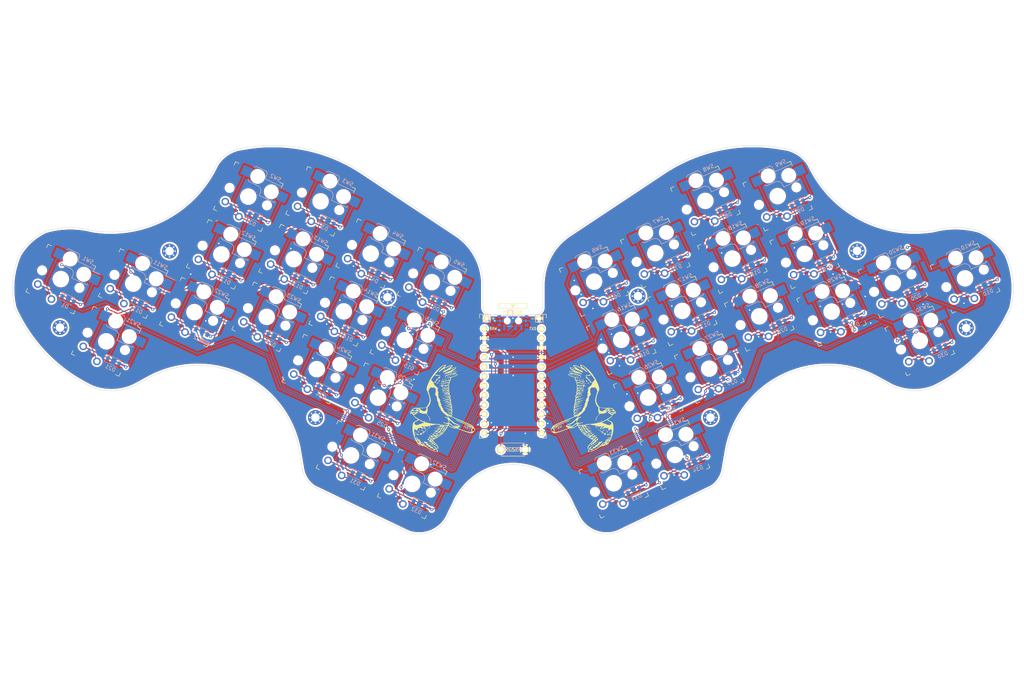
<source format=kicad_pcb>
(kicad_pcb (version 20210925) (generator pcbnew)
  (title_block (title "Osprette") (date "2021-09-21") (rev "1") (comment 1 "By Sam Mohr"))
  (layers (0 "F.Cu" signal) (31 "B.Cu" signal) (34 "B.Paste" user) (35 "F.Paste" user) (36 "B.SilkS" user "B.Silkscreen") (37 "F.SilkS" user "F.Silkscreen") (38 "B.Mask" user) (39 "F.Mask" user) (44 "Edge.Cuts" user))
  (net 0 "")
  (net 1 "col_0")
  (net 2 "Net-(D1-Pad2)")
  (net 3 "Net-(D2-Pad2)")
  (net 4 "Net-(D3-Pad2)")
  (net 5 "col_1")
  (net 6 "Net-(D4-Pad2)")
  (net 7 "Net-(D5-Pad2)")
  (net 8 "Net-(D6-Pad2)")
  (net 9 "col_2")
  (net 10 "Net-(D7-Pad2)")
  (net 11 "Net-(D8-Pad2)")
  (net 12 "Net-(D9-Pad2)")
  (net 13 "col_3")
  (net 14 "Net-(D10-Pad2)")
  (net 15 "Net-(D11-Pad2)")
  (net 16 "Net-(D12-Pad2)")
  (net 17 "Net-(D13-Pad2)")
  (net 18 "col_4")
  (net 19 "Net-(D14-Pad2)")
  (net 20 "Net-(D15-Pad2)")
  (net 21 "Net-(D16-Pad2)")
  (net 22 "Net-(D17-Pad2)")
  (net 23 "col_5")
  (net 24 "Net-(D18-Pad2)")
  (net 25 "Net-(D19-Pad2)")
  (net 26 "Net-(D20-Pad2)")
  (net 27 "Net-(D21-Pad2)")
  (net 28 "col_6")
  (net 29 "Net-(D22-Pad2)")
  (net 30 "Net-(D23-Pad2)")
  (net 31 "Net-(D24-Pad2)")
  (net 32 "Net-(D25-Pad2)")
  (net 33 "col_7")
  (net 34 "Net-(D26-Pad2)")
  (net 35 "Net-(D27-Pad2)")
  (net 36 "Net-(D28-Pad2)")
  (net 37 "col_8")
  (net 38 "Net-(D29-Pad2)")
  (net 39 "Net-(D30-Pad2)")
  (net 40 "Net-(D31-Pad2)")
  (net 41 "col_9")
  (net 42 "Net-(D32-Pad2)")
  (net 43 "Net-(D33-Pad2)")
  (net 44 "Net-(D34-Pad2)")
  (net 45 "row_0")
  (net 46 "row_1")
  (net 47 "row_2")
  (net 48 "row_3")
  (net 49 "reset")
  (net 50 "gnd")
  (net 56 "bat+")
  (net 58 "raw")
  (footprint "kbd:ProMicro_v3.5" (layer "F.Cu") (at 148.738519 114.157976)
    (fp_text reference "U1" hide)
    (fp_text value "ProMicro_r" hide)
  )
  (footprint "keyswitches:Kailh_socket_PG1350_optional" (layer "F.Cu") (at 200.057624 65.586262 25)
    (fp_text reference "SW8" hide)
    (fp_text value "SW_Push")
  )
  (footprint "kbd:M2_HOLE_v3" (layer "F.Cu") (at 201.4 123.4)
    (fp_text reference "Ref**" hide)
    (fp_text value "Val**")
  )
  (footprint "kbd:M2_HOLE_v3" (layer "F.Cu") (at 57.2 79)
    (fp_text reference "Ref**" hide)
    (fp_text value "Val**")
  )
  (footprint "keyswitches:Kailh_socket_PG1350_optional" (layer "F.Cu") (at 170.388867 87.144674 25)
    (fp_text reference "SW6" hide)
    (fp_text value "SW_Push")
  )
  (footprint "kbd:M2_HOLE_v3" (layer "F.Cu") (at 240.5 78.9)
    (fp_text reference "Ref**" hide)
    (fp_text value "Val**")
  )
  (footprint "keyswitches:Kailh_socket_PG1350_optional" (layer "F.Cu") (at 219.329491 64.323291 25)
    (fp_text reference "SW9" hide)
    (fp_text value "SW_Push")
  )
  (footprint "keyswitches:Kailh_socket_PG1350_optional" (layer "F.Cu") (at 269.283918 86.267652 25)
    (fp_text reference "SW10" hide)
    (fp_text value "SW_Push")
  )
  (footprint "keyswitches:Kailh_socket_PG1350_optional" (layer "F.Cu") (at 63.828249 95.271496 -25)
    (fp_text reference "SW22" hide)
    (fp_text value "SW_Push")
  )
  (footprint "kbd:ResetSW" (layer "F.Cu") (at 148.738515 131.932978 180)
    (fp_text reference "SW35" hide)
    (fp_text value "SW_Push")
  )
  (footprint "kbd:M2_HOLE_v3" (layer "F.Cu") (at 182.1 91)
    (fp_text reference "Ref**" hide)
    (fp_text value "Val**")
  )
  (footprint "keyswitches:Kailh_socket_PG1350_optional" (layer "F.Cu") (at 233.698509 95.137756 25)
    (fp_text reference "SW29" hide)
    (fp_text value "SW_Push")
  )
  (footprint "Symbol:osprey" (layer "F.Cu") (at 167.5 121)
    (fp_text reference "G***" hide)
    (fp_text value "LOGO" hide)
  )
  (footprint "keyswitches:Kailh_socket_PG1350_optional" (layer "F.Cu") (at 226.514001 79.730523 25)
    (fp_text reference "SW19" hide)
    (fp_text value "SW_Push")
  )
  (footprint "keyswitches:Kailh_socket_PG1350_optional" (layer "F.Cu") (at 97.469135 65.720004 -25)
    (fp_text reference "SW3" hide)
    (fp_text value "SW_Push")
  )
  (footprint "keyswitches:Kailh_socket_PG1350_optional" (layer "F.Cu") (at 112.768868 118.09288 -25)
    (fp_text reference "SW25" hide)
    (fp_text value "SW_Push")
  )
  (footprint "keyswitches:Kailh_socket_PG1350_optional" (layer "F.Cu") (at 105.584361 133.500115 -25)
    (fp_text reference "SW31" hide)
    (fp_text value "SW_Push")
  )
  (footprint "keyswitches:Kailh_socket_PG1350_optional" (layer "F.Cu") (at 47.514706 87.664367 -25)
    (fp_text reference "SW11" hide)
    (fp_text value "SW_Push")
  )
  (footprint "keyswitches:Kailh_socket_PG1350_optional" (layer "F.Cu") (at 90.284626 81.127235 -25)
    (fp_text reference "SW13" hide)
    (fp_text value "SW_Push")
  )
  (footprint "keyswitches:Kailh_socket_PG1350_optional" (layer "F.Cu") (at 191.942402 133.366367 25)
    (fp_text reference "SW34" hide)
    (fp_text value "SW_Push")
  )
  (footprint "keyswitches:Kailh_socket_PG1350_optional" (layer "F.Cu") (at 184.808538 118.067751 25)
    (fp_text reference "SW26" hide)
    (fp_text value "SW_Push")
  )
  (footprint "keyswitches:Kailh_socket_PG1350_optional" (layer "F.Cu") (at 119.923026 102.750748 -25)
    (fp_text reference "SW15" hide)
    (fp_text value "SW_Push")
  )
  (footprint "keyswitches:Kailh_socket_PG1350_optional" (layer "F.Cu") (at 121.897899 141.107243 -25)
    (fp_text reference "SW32" hide)
    (fp_text value "SW_Push")
  )
  (footprint "keyswitches:Kailh_socket_PG1350_optional" (layer "F.Cu") (at 177.624029 102.660519 25)
    (fp_text reference "SW16" hide)
    (fp_text value "SW_Push")
  )
  (footprint "Symbol:osprey_flipped" (layer "F.Cu") (at 130 121)
    (fp_text reference "G***" hide)
    (fp_text value "LOGO" hide)
  )
  (footprint "keyswitches:Kailh_socket_PG1350_optional" (layer "F.Cu") (at 40.330195 103.071597 -25)
    (fp_text reference "SW21" hide)
    (fp_text value "SW_Push")
  )
  (footprint "keyswitches:Kailh_socket_PG1350_optional" (layer "F.Cu") (at 71.012758 79.864263 -25)
    (fp_text reference "SW12" hide)
    (fp_text value "SW_Push")
  )
  (footprint "keyswitches:Kailh_socket_PG1350_optional" (layer "F.Cu") (at 193.886924 94.944776 25)
    (fp_text reference "SW17" hide)
    (fp_text value "SW_Push")
  )
  (footprint "keyswitches:Kailh_socket_PG1350_optional" (layer "F.Cu") (at 175.607727 140.928185 25)
    (fp_text reference "SW33" hide)
    (fp_text value "SW_Push")
  )
  (footprint "keyswitches:Kailh_socket_PG1350_optional" (layer "F.Cu") (at 96.455326 110.485752 -25)
    (fp_text reference "SW24" hide)
    (fp_text value "SW_Push")
  )
  (footprint "keyswitches:Kailh_socket_PG1350_optional" (layer "F.Cu") (at 257.196563 102.937858 25)
    (fp_text reference "SW30" hide)
    (fp_text value "SW_Push")
  )
  (footprint "kbd:M2_HOLE_v3" (layer "F.Cu") (at 28 99.4)
    (fp_text reference "Ref**" hide)
    (fp_text value "Val**")
  )
  (footprint "kbd:1pin_conn" (layer "F.Cu") (at 155.738517 96.932975)
    (fp_text reference "-")
    (fp_text value "MountingHole_Pad" hide)
  )
  (footprint "keyswitches:Kailh_socket_PG1350_optional" (layer "F.Cu") (at 127.13789 87.278418 -25)
    (fp_text reference "SW5" hide)
    (fp_text value "SW_Push")
  )
  (footprint "keyswitches:Kailh_socket_PG1350_optional" (layer "F.Cu") (at 78.197267 64.45703 -25)
    (fp_text reference "SW2" hide)
    (fp_text value "SW_Push")
  )
  (footprint "keyswitches:Kailh_socket_PG1350_optional" (layer "F.Cu") (at 186.702411 79.537548 25)
    (fp_text reference "SW7" hide)
    (fp_text value "SW_Push")
  )
  (footprint "keyswitches:Kailh_socket_PG1350_optional" (layer "F.Cu") (at 250.012052 87.530626 25)
    (fp_text reference "SW20" hide)
    (fp_text value "SW_Push")
  )
  (footprint "kbd:1pin_conn" (layer "F.Cu") (at 141.738515 96.932977)
    (fp_text reference "+")
    (fp_text value "MountingHole_Pad" hide)
  )
  (footprint "keyswitches:Kailh_socket_PG1350_optional" (layer "F.Cu") (at 103.639838 95.078519 -25)
    (fp_text reference "SW14" hide)
    (fp_text value "SW_Push")
  )
  (footprint "keyswitches:Kailh_socket_PG1350_optional" (layer "F.Cu") (at 207.242137 80.993496 25)
    (fp_text reference "SW18" hide)
    (fp_text value "SW_Push")
  )
  (footprint "keyswitches:Kailh_socket_PG1350_optional" (layer "F.Cu") (at 110.824346 79.671287 -25)
    (fp_text reference "SW4" hide)
    (fp_text value "SW_Push")
  )
  (footprint "kbd:M2_HOLE_v3" (layer "F.Cu") (at 115.3 91.3)
    (fp_text reference "Ref**" hide)
    (fp_text value "Val**")
  )
  (footprint "kbd:M2_HOLE_v3" (layer "F.Cu") (at 269.6 99.5)
    (fp_text reference "Ref**" hide)
    (fp_text value "Val**")
  )
  (footprint "keyswitches:Kailh_socket_PG1350_optional" (layer "F.Cu") (at 28.212486 86.466486 -25)
    (fp_text reference "SW1" hide)
    (fp_text value "SW_Push")
  )
  (footprint "keyswitches:Kailh_socket_PG1350_optional" (layer "F.Cu") (at 214.426642 96.40073 25)
    (fp_text reference "SW28" hide)
    (fp_text value "SW_Push")
  )
  (footprint "keyswitches:Kailh_socket_PG1350_optional" (layer "F.Cu") (at 201.071428 110.352013 25)
    (fp_text reference "SW27" hide)
    (fp_text value "SW_Push")
  )
  (footprint "keyswitches:Kailh_socket_PG1350_optional" (layer "F.Cu") (at 83.100115 96.53447 -25)
    (fp_text reference "SW23" hide)
    (fp_text value "SW_Push")
  )
  (footprint "kbd:M2_HOLE_v3" (layer "F.Cu") (at 96.1 123.4)
    (fp_text reference "Ref**" hide)
    (fp_text value "Val**")
  )
  (footprint "Diode_SMD:D_SOD-123" (layer "B.Cu") (at 49.449466 92.980073 -25)
    (fp_text reference "D11")
    (fp_text value "1N4148")
  )
  (footprint "Diode_SMD:D_SOD-123" (layer "B.Cu") (at 99.403896 71.035711 -25)
    (fp_text reference "D3")
    (fp_text value "1N4148")
  )
  (footprint "Diode_SMD:D_SOD-123" (layer "B.Cu") (at 190.124239 120.00251 25)
    (fp_text reference "D26")
    (fp_text value "1N4148")
  )
  (footprint "Diode_SMD:D_SOD-123" (layer "B.Cu") (at 107.519113 138.815819 -25)
    (fp_text reference "D31")
    (fp_text value "1N4148")
  )
  (footprint "Diode_SMD:D_SOD-123" (layer "B.Cu") (at 85.034874 101.850172 -25)
    (fp_text reference "D23")
    (fp_text value "1N4148")
  )
  (footprint "Diode_SMD:D_SOD-123" (layer "B.Cu") (at 274.599625 88.202404 25)
    (fp_text reference "D10")
    (fp_text value "1N4148")
  )
  (footprint "Diode_SMD:D_SOD-123" (layer "B.Cu") (at 205.373324 67.521023 25)
    (fp_text reference "D8")
    (fp_text value "1N4148")
  )
  (footprint "Diode_SMD:D_SOD-123" (layer "B.Cu") (at 30.147241 91.782194 -25)
    (fp_text reference "D1")
    (fp_text value "1N4148")
  )
  (footprint "Diode_SMD:D_SOD-123" (layer "B.Cu") (at 92.219381 86.442939 -25)
    (fp_text reference "D13")
    (fp_text value "1N4148")
  )
  (footprint "Diode_SMD:D_SOD-123" (layer "B.Cu") (at 199.202628 96.879539 25)
    (fp_text reference "D17")
    (fp_text value "1N4148")
  )
  (footprint "Diode_SMD:D_SOD-123" (layer "B.Cu") (at 72.94752 85.179967 -25)
    (fp_text reference "D12")
    (fp_text value "1N4148")
  )
  (footprint "Diode_SMD:D_SOD-123" (layer "B.Cu") (at 42.264955 108.387302 -25)
    (fp_text reference "D21")
    (fp_text value "1N4148")
  )
  (footprint "Diode_SMD:D_SOD-123" (layer "B.Cu") (at 180.923434 142.862946 25)
    (fp_text reference "D33")
    (fp_text value "1N4148")
  )
  (footprint "Diode_SMD:D_SOD-123" (layer "B.Cu") (at 192.018109 81.472306 25)
    (fp_text reference "D7")
    (fp_text value "1N4148")
  )
  (footprint "Diode_SMD:D_SOD-123" (layer "B.Cu") (at 112.759105 84.986993 -25)
    (fp_text reference "D4")
    (fp_text value "1N4148")
  )
  (footprint "Diode_SMD:D_SOD-123" (layer "B.Cu") (at 129.069593 92.482356 -25)
    (fp_text reference "D5")
    (fp_text value "1N4148")
  )
  (footprint "Diode_SMD:D_SOD-123" (layer "B.Cu") (at 219.742347 98.335484 25)
    (fp_text reference "D28")
    (fp_text value "1N4148")
  )
  (footprint "Diode_SMD:D_SOD-123" (layer "B.Cu") (at 80.132027 69.772734 -25)
    (fp_text reference "D2")
    (fp_text value "1N4148")
  )
  (footprint "Diode_SMD:D_SOD-123" (layer "B.Cu") (at 121.857782 108.066449 -25)
    (fp_text reference "D15")
    (fp_text value "1N4148")
  )
  (footprint "Button_Switch_SMD:SW_SPDT_PCM12" (layer "B.Cu") (at 148.738516 97.932977)
    (fp_text reference "SW36" hide)
    (fp_text value "SW_SPDT")
  )
  (footprint "Diode_SMD:D_SOD-123" (layer "B.Cu") (at 206.38713 112.286769 25)
    (fp_text reference "D27")
    (fp_text value "1N4148")
  )
  (footprint "Diode_SMD:D_SOD-123" (layer "B.Cu") (at 255.327757 89.465385 25)
    (fp_text reference "D20")
    (fp_text value "1N4148")
  )
  (footprint "Diode_SMD:D_SOD-123" (layer "B.Cu") (at 114.703628 123.408585 -25)
    (fp_text reference "D25")
    (fp_text value "1N4148")
  )
  (footprint "Diode_SMD:D_SOD-123" (layer "B.Cu") (at 105.574597 100.394229 -25)
    (fp_text reference "D14")
    (fp_text value "1N4148")
  )
  (footprint "Diode_SMD:D_SOD-123" (layer "B.Cu") (at 197.258104 135.301125 25)
    (fp_text reference "D34")
    (fp_text value "1N4148")
  )
  (footprint "Diode_SMD:D_SOD-123" (layer "B.Cu") (at 239.014214 97.072507 25)
    (fp_text reference "D29")
    (fp_text value "1N4148")
  )
  (footprint "Diode_SMD:D_SOD-123" (layer "B.Cu") (at 224.645189 66.258049 25)
    (fp_text reference "D9")
    (fp_text value "1N4148")
  )
  (footprint "Diode_SMD:D_SOD-123" (layer "B.Cu") (at 98.407123 115.815355 -25)
    (fp_text reference "D24")
    (fp_text value "1N4148")
  )
  (footprint "Diode_SMD:D_SOD-123" (layer "B.Cu") (at 182.939733 104.595278 25)
    (fp_text reference "D16")
    (fp_text value "1N4148")
  )
  (footprint "Diode_SMD:D_SOD-123" (layer "B.Cu") (at 123.832655 146.422948 -25)
    (fp_text reference "D32")
    (fp_text value "1N4148")
  )
  (footprint "Diode_SMD:D_SOD-123" (layer "B.Cu") (at 175.704576 89.079434 25)
    (fp_text reference "D6")
    (fp_text value "1N4148")
  )
  (footprint "Diode_SMD:D_SOD-123" (layer "B.Cu") (at 212.557844 82.928254 25)
    (fp_text reference "D18")
    (fp_text value "1N4148")
  )
  (footprint "Diode_SMD:D_SOD-123" (layer "B.Cu") (at 262.512265 104.872619 25)
    (fp_text reference "D30")
    (fp_text value "1N4148")
  )
  (footprint "Diode_SMD:D_SOD-123" (layer "B.Cu") (at 231.829703 81.665278 25)
    (fp_text reference "D19")
    (fp_text value "1N4148")
  )
  (footprint "Diode_SMD:D_SOD-123" (layer "B.Cu") (at 65.763007 100.587204 -25)
    (fp_text reference "D22")
    (fp_text value "1N4148")
  )
  (gr_line (start 165.738515 148.932977) (end 164.566855 146.594029) (layer "Edge.Cuts") (width 0.1))
  (gr_arc (start 255.738516 101.932978) (end 249.738516 114.932977) (angle -45.81265159) (layer "Edge.Cuts") (width 0.1))
  (gr_arc (start 124.738519 87.932976) (end 140.738516 87.932977) (angle -55.30484647) (layer "Edge.Cuts") (width 0.1))
  (gr_arc (start 99.738517 135.93298) (end 95.738517 141.932976) (angle 48.17983012) (layer "Edge.Cuts") (width 0.1))
  (gr_arc (start 148.685325 153.09255) (end 148.738518 135.932975) (angle 67.56864656) (layer "Edge.Cuts") (width 0.1))
  (gr_arc (start 172.738518 87.93298) (end 156.738517 87.932972) (angle 55.30484647) (layer "Edge.Cuts") (width 0.1))
  (gr_arc (start 64.738518 136.932978) (end 91.738518 131.932976) (angle -106.9829546) (layer "Edge.Cuts") (width 0.1))
  (gr_line (start 163.631156 74.777905) (end 188.140667 58.512073) (layer "Edge.Cuts") (width 0.1))
  (gr_arc (start 84.738517 93.932979) (end 76.799802 51.545813) (angle 45.38589463) (layer "Edge.Cuts") (width 0.1))
  (gr_arc (start 266.738517 87.932979) (end 280.326223 80.109676) (angle -35.29310364) (layer "Edge.Cuts") (width 0.1))
  (gr_arc (start 255.890501 42.86496) (end 260.885788 73.497532) (angle 74.36126234) (layer "Edge.Cuts") (width 0.1))
  (gr_line (start 245.406828 112.570839) (end 249.738516 114.932977) (layer "Edge.Cuts") (width 0.1))
  (gr_arc (start 142.738514 93.932974) (end 142.738516 95.932974) (angle 90) (layer "Edge.Cuts") (width 0.1))
  (gr_arc (start 30.738515 95.932978) (end 24.16812 73.697113) (angle 31.08257424) (layer "Edge.Cuts") (width 0.1))
  (gr_arc (start 37.738516 88.932975) (end 15.960071 94.167844) (angle 36.71431706) (layer "Edge.Cuts") (width 0.1))
  (gr_line (start 204.877143 136.952783) (end 205.738517 131.932975) (layer "Edge.Cuts") (width 0.1))
  (gr_arc (start 173.738517 145.932974) (end 165.738515 148.932977) (angle -90) (layer "Edge.Cuts") (width 0.1))
  (gr_line (start 92.599888 136.952776) (end 91.738518 131.932976) (layer "Edge.Cuts") (width 0.1))
  (gr_arc (start 41.586534 42.864956) (end 36.591238 73.497529) (angle -74.36126234) (layer "Edge.Cuts") (width 0.1))
  (gr_arc (start 148.791707 153.092549) (end 148.738518 135.932975) (angle -67.56864656) (layer "Edge.Cuts") (width 0.1))
  (gr_arc (start 30.738517 87.932976) (end 17.150806 80.109674) (angle 35.29310364) (layer "Edge.Cuts") (width 0.1))
  (gr_line (start 52.070204 112.570835) (end 47.738516 114.932977) (layer "Edge.Cuts") (width 0.1))
  (gr_arc (start 232.738517 136.932975) (end 205.738517 131.932975) (angle 106.9829546) (layer "Edge.Cuts") (width 0.1))
  (gr_line (start 154.738516 95.932977) (end 142.738516 95.932974) (layer "Edge.Cuts") (width 0.1))
  (gr_arc (start 41.738515 101.932979) (end 47.738516 114.932977) (angle 45.81265159) (layer "Edge.Cuts") (width 0.1))
  (gr_arc (start 219.738516 60.932976) (end 227.738514 55.932976) (angle -52.28402365) (layer "Edge.Cuts") (width 0.1))
  (gr_arc (start 77.738515 60.932979) (end 69.738517 55.932978) (angle 52.28402365) (layer "Edge.Cuts") (width 0.1))
  (gr_arc (start 54.738517 76.932976) (end 36.598718 115.296452) (angle 40.73083832) (layer "Edge.Cuts") (width 0.1))
  (gr_arc (start 154.738514 93.932977) (end 154.738516 95.932977) (angle -90) (layer "Edge.Cuts") (width 0.1))
  (gr_line (start 140.738516 93.932976) (end 140.738516 87.932977) (layer "Edge.Cuts") (width 0.1))
  (gr_line (start 133.845876 74.777902) (end 109.336367 58.512068) (layer "Edge.Cuts") (width 0.1))
  (gr_line (start 120.73852 153.932977) (end 95.738517 141.932976) (layer "Edge.Cuts") (width 0.1))
  (gr_arc (start 242.738517 76.932973) (end 260.878316 115.296453) (angle -40.73083832) (layer "Edge.Cuts") (width 0.1))
  (gr_line (start 176.738517 153.932974) (end 201.738516 141.932977) (layer "Edge.Cuts") (width 0.1))
  (gr_arc (start 197.738516 135.932976) (end 201.738516 141.932977) (angle -48.17983012) (layer "Edge.Cuts") (width 0.1))
  (gr_line (start 131.738519 148.932975) (end 132.910174 146.59403) (layer "Edge.Cuts") (width 0.1))
  (gr_line (start 156.738516 93.932978) (end 156.738517 87.932972) (layer "Edge.Cuts") (width 0.1))
  (gr_arc (start 259.738518 88.932976) (end 281.516963 94.167838) (angle -36.71431706) (layer "Edge.Cuts") (width 0.1))
  (gr_arc (start 212.738519 93.932978) (end 220.677234 51.545813) (angle -45.38589463) (layer "Edge.Cuts") (width 0.1))
  (gr_arc (start 266.738519 95.932977) (end 273.308914 73.697113) (angle -31.08257424) (layer "Edge.Cuts") (width 0.1))
  (gr_arc (start 123.738518 145.932974) (end 131.738519 148.932975) (angle 90) (layer "Edge.Cuts") (width 0.1))
  (segment (start 74.208218 102.876156) (end 64.601831 106.372595) (width 0.25) (layer "B.Cu") (net 1))
  (segment (start 28.651834 91.084873) (end 29.266754 92.774358) (width 0.25) (layer "B.Cu") (net 1))
  (segment (start 139.187096 123.24711) (end 132.848284 136.840733) (width 0.25) (layer "B.Cu") (net 1))
  (segment (start 86.415277 115.740355) (end 83.271297 107.102336) (width 0.25) (layer "B.Cu") (net 1))
  (segment (start 132.848284 136.840733) (end 132.18382 137.08258) (width 0.25) (layer "B.Cu") (net 1))
  (segment (start 40.070451 92.726667) (end 46.375966 95.666979) (width 0.25) (layer "B.Cu") (net 1))
  (segment (start 132.18382 137.08258) (end 86.415277 115.740355) (width 0.25) (layer "B.Cu") (net 1))
  (segment (start 141.129916 122.53998) (end 139.187096 123.24711) (width 0.25) (layer "B.Cu") (net 1))
  (segment (start 47.954058 92.282752) (end 46.375966 95.666979) (width 0.25) (layer "B.Cu") (net 1))
  (segment (start 83.271297 107.102336) (end 74.208218 102.876156) (width 0.25) (layer "B.Cu") (net 1))
  (segment (start 33.945351 94.956023) (end 40.070451 92.726667) (width 0.25) (layer "B.Cu") (net 1))
  (segment (start 45.530727 97.479595) (end 46.375966 95.666979) (width 0.25) (layer "B.Cu") (net 1))
  (segment (start 29.266754 92.774358) (end 33.945351 94.956023) (width 0.25) (layer "B.Cu") (net 1))
  (segment (start 40.769547 107.689983) (end 45.530727 97.479595) (width 0.25) (layer "B.Cu") (net 1))
  (segment (start 64.601831 106.372595) (end 45.530727 97.479595) (width 0.25) (layer "B.Cu") (net 1))
  (segment (start 22.074996 87.797368) (end 33.392735 93.07491) (width 0.25) (layer "F.Cu") (net 2))
  (segment (start 33.392735 93.07491) (end 33.457344 93.252423) (width 0.25) (layer "F.Cu") (net 2))
  (via (at 33.457344 93.252423) (size 0.8) (drill 0.4) (layers "F.Cu" "B.Cu") (net 2))
  (segment (start 31.730928 92.447381) (end 31.64265 92.479511) (width 0.25) (layer "B.Cu") (net 2))
  (segment (start 33.457344 93.252423) (end 31.730928 92.447381) (width 0.25) (layer "B.Cu") (net 2))
  (segment (start 33.457344 93.252423) (end 34.326042 92.936241) (width 0.25) (layer "B.Cu") (net 2))
  (segment (start 34.326042 92.936241) (end 37.297 86.565) (width 0.25) (layer "B.Cu") (net 2))
  (segment (start 72.059779 65.787908) (end 83.312425 71.035102) (width 0.25) (layer "F.Cu") (net 3))
  (segment (start 83.312425 71.035102) (end 83.411772 71.308064) (width 0.25) (layer "F.Cu") (net 3))
  (via (at 83.411772 71.308064) (size 0.8) (drill 0.4) (layers "F.Cu" "B.Cu") (net 3))
  (segment (start 84.28047 70.991882) (end 87.281786 64.555541) (width 0.25) (layer "B.Cu") (net 3))
  (segment (start 81.630046 70.477231) (end 81.627434 70.470056) (width 0.25) (layer "B.Cu") (net 3))
  (segment (start 83.411772 71.308064) (end 84.28047 70.991882) (width 0.25) (layer "B.Cu") (net 3))
  (segment (start 83.411772 71.308064) (end 81.630046 70.477231) (width 0.25) (layer "B.Cu") (net 3))
  (segment (start 91.33165 67.050883) (end 102.584291 72.298079) (width 0.25) (layer "F.Cu") (net 4))
  (segment (start 102.584291 72.298079) (end 102.683639 72.571034) (width 0.25) (layer "F.Cu") (net 4))
  (via (at 102.683639 72.571034) (size 0.8) (drill 0.4) (layers "F.Cu" "B.Cu") (net 4))
  (segment (start 103.552338 72.254855) (end 106.553653 65.818515) (width 0.25) (layer "B.Cu") (net 4))
  (segment (start 102.683639 72.571034) (end 100.90191 71.7402) (width 0.25) (layer "B.Cu") (net 4))
  (segment (start 102.683639 72.571034) (end 103.552338 72.254855) (width 0.25) (layer "B.Cu") (net 4))
  (segment (start 100.90191 71.7402) (end 100.899301 71.733032) (width 0.25) (layer "B.Cu") (net 4))
  (segment (start 78.636621 69.075414) (end 71.452109 84.482647) (width 0.25) (layer "B.Cu") (net 5))
  (segment (start 65.366209 102.908287) (end 68.297285 104.275071) (width 0.25) (layer "B.Cu") (net 5))
  (segment (start 68.297285 104.275071) (end 73.966374 102.211693) (width 0.25) (layer "B.Cu") (net 5))
  (segment (start 139.949169 120.429734) (end 141.129916 119.999978) (width 0.25) (layer "B.Cu") (net 5))
  (segment (start 132.606439 136.176269) (end 139.949169 120.429734) (width 0.25) (layer "B.Cu") (net 5))
  (segment (start 87.079738 115.498513) (end 131.941974 136.418117) (width 0.25) (layer "B.Cu") (net 5))
  (segment (start 73.966374 102.211693) (end 83.935755 106.860494) (width 0.25) (layer "B.Cu") (net 5))
  (segment (start 83.935755 106.860494) (end 87.079738 115.498513) (width 0.25) (layer "B.Cu") (net 5))
  (segment (start 71.452109 84.482647) (end 64.267601 99.889882) (width 0.25) (layer "B.Cu") (net 5))
  (segment (start 131.941974 136.418117) (end 132.606439 136.176269) (width 0.25) (layer "B.Cu") (net 5))
  (segment (start 64.267601 99.889882) (end 65.366209 102.908287) (width 0.25) (layer "B.Cu") (net 5))
  (segment (start 104.686858 81.002168) (end 115.939503 86.249362) (width 0.25) (layer "F.Cu") (net 6))
  (segment (start 115.939503 86.249362) (end 116.038851 86.52232) (width 0.25) (layer "F.Cu") (net 6))
  (via (at 116.038851 86.52232) (size 0.8) (drill 0.4) (layers "F.Cu" "B.Cu") (net 6))
  (segment (start 116.038851 86.52232) (end 114.257124 85.691483) (width 0.25) (layer "B.Cu") (net 6))
  (segment (start 114.257124 85.691483) (end 114.254512 85.684317) (width 0.25) (layer "B.Cu") (net 6))
  (segment (start 116.907549 86.206141) (end 119.90886 79.7698) (width 0.25) (layer "B.Cu") (net 6))
  (segment (start 116.038851 86.52232) (end 116.907549 86.206141) (width 0.25) (layer "B.Cu") (net 6))
  (segment (start 121.0004 88.609296) (end 132.253041 93.856491) (width 0.25) (layer "F.Cu") (net 7))
  (segment (start 132.253041 93.856491) (end 132.352393 94.129445) (width 0.25) (layer "F.Cu") (net 7))
  (via (at 132.352393 94.129445) (size 0.8) (drill 0.4) (layers "F.Cu" "B.Cu") (net 7))
  (segment (start 133.22109 93.813268) (end 136.222402 87.376927) (width 0.25) (layer "B.Cu") (net 7))
  (segment (start 132.352393 94.129445) (end 133.22109 93.813268) (width 0.25) (layer "B.Cu") (net 7))
  (segment (start 132.352393 94.129445) (end 130.615978 93.319745) (width 0.25) (layer "B.Cu") (net 7))
  (segment (start 130.615978 93.319745) (end 130.565001 93.179679) (width 0.25) (layer "B.Cu") (net 7))
  (segment (start 178.714814 87.455063) (end 178.96067 87.544549) (width 0.25) (layer "F.Cu") (net 8))
  (segment (start 167.463278 92.701735) (end 178.714814 87.455063) (width 0.25) (layer "F.Cu") (net 8))
  (via (at 178.96067 87.544549) (size 0.8) (drill 0.4) (layers "F.Cu" "B.Cu") (net 8))
  (segment (start 178.96067 87.544549) (end 179.287302 86.647118) (width 0.25) (layer "B.Cu") (net 8))
  (segment (start 177.207235 88.362185) (end 177.199986 88.382112) (width 0.25) (layer "B.Cu") (net 8))
  (segment (start 179.287302 86.647118) (end 176.30375 80.248855) (width 0.25) (layer "B.Cu") (net 8))
  (segment (start 178.96067 87.544549) (end 177.207235 88.362185) (width 0.25) (layer "B.Cu") (net 8))
  (segment (start 131.700131 135.753651) (end 87.744201 115.256668) (width 0.25) (layer "B.Cu") (net 9))
  (segment (start 90.723976 85.745621) (end 97.908484 70.338386) (width 0.25) (layer "B.Cu") (net 9))
  (segment (start 90.723977 85.745625) (end 90.723976 85.745621) (width 0.25) (layer "B.Cu") (net 9))
  (segment (start 83.539468 101.152853) (end 90.723977 85.745625) (width 0.25) (layer "B.Cu") (net 9))
  (segment (start 132.364592 135.511809) (end 131.700131 135.753651) (width 0.25) (layer "B.Cu") (net 9))
  (segment (start 141.129917 117.459977) (end 140.711243 117.612363) (width 0.25) (layer "B.Cu") (net 9))
  (segment (start 83.017921 102.271313) (end 83.539468 101.152853) (width 0.25) (layer "B.Cu") (net 9))
  (segment (start 87.744201 115.256668) (end 83.017921 102.271313) (width 0.25) (layer "B.Cu") (net 9))
  (segment (start 140.711243 117.612363) (end 132.364592 135.511809) (width 0.25) (layer "B.Cu") (net 9))
  (segment (start 183.776821 85.094608) (end 195.028354 79.847931) (width 0.25) (layer "F.Cu") (net 10))
  (segment (start 195.028354 79.847931) (end 195.274209 79.937415) (width 0.25) (layer "F.Cu") (net 10))
  (via (at 195.274209 79.937415) (size 0.8) (drill 0.4) (layers "F.Cu" "B.Cu") (net 10))
  (segment (start 193.520773 80.755057) (end 193.51352 80.774986) (width 0.25) (layer "B.Cu") (net 10))
  (segment (start 195.274209 79.937415) (end 193.520773 80.755057) (width 0.25) (layer "B.Cu") (net 10))
  (segment (start 195.274209 79.937415) (end 195.600846 79.039984) (width 0.25) (layer "B.Cu") (net 10))
  (segment (start 195.600846 79.039984) (end 192.617288 72.641726) (width 0.25) (layer "B.Cu") (net 10))
  (segment (start 197.132036 71.143324) (end 208.383562 65.896651) (width 0.25) (layer "F.Cu") (net 11))
  (segment (start 208.383562 65.896651) (end 208.629418 65.986132) (width 0.25) (layer "F.Cu") (net 11))
  (via (at 208.629418 65.986132) (size 0.8) (drill 0.4) (layers "F.Cu" "B.Cu") (net 11))
  (segment (start 208.956058 65.088703) (end 205.972501 58.690443) (width 0.25) (layer "B.Cu") (net 11))
  (segment (start 208.629418 65.986132) (end 206.875988 66.803774) (width 0.25) (layer "B.Cu") (net 11))
  (segment (start 208.629418 65.986132) (end 208.956058 65.088703) (width 0.25) (layer "B.Cu") (net 11))
  (segment (start 206.875988 66.803774) (end 206.868733 66.823702) (width 0.25) (layer "B.Cu") (net 11))
  (segment (start 216.403902 69.880349) (end 227.65543 64.633677) (width 0.25) (layer "F.Cu") (net 12))
  (segment (start 227.65543 64.633677) (end 227.90129 64.723161) (width 0.25) (layer "F.Cu") (net 12))
  (via (at 227.90129 64.723161) (size 0.8) (drill 0.4) (layers "F.Cu" "B.Cu") (net 12))
  (segment (start 227.90129 64.723161) (end 228.227927 63.825729) (width 0.25) (layer "B.Cu") (net 12))
  (segment (start 227.90129 64.723161) (end 226.147853 65.5408) (width 0.25) (layer "B.Cu") (net 12))
  (segment (start 226.147853 65.5408) (end 226.140601 65.560726) (width 0.25) (layer "B.Cu") (net 12))
  (segment (start 228.227927 63.825729) (end 225.244367 57.427467) (width 0.25) (layer "B.Cu") (net 12))
  (segment (start 104.641334 121.61228) (end 101.310726 128.754796) (width 0.25) (layer "F.Cu") (net 13))
  (segment (start 101.310726 128.754796) (end 103.003639 133.406039) (width 0.25) (layer "F.Cu") (net 13))
  (via (at 104.641334 121.61228) (size 0.8) (drill 0.4) (layers "F.Cu" "B.Cu") (net 13))
  (via (at 103.003639 133.406039) (size 0.8) (drill 0.4) (layers "F.Cu" "B.Cu") (net 13))
  (segment (start 139.24619 117.204877) (end 139.729876 118.533805) (width 0.25) (layer "B.Cu") (net 13))
  (segment (start 141.129917 114.919974) (end 140.654331 115.939871) (width 0.25) (layer "B.Cu") (net 13))
  (segment (start 104.452096 137.385642) (end 106.023704 138.118492) (width 0.25) (layer "B.Cu") (net 13))
  (segment (start 104.089499 99.725226) (end 104.07919 99.696903) (width 0.25) (layer "B.Cu") (net 13))
  (segment (start 105.067416 122.782927) (end 104.641334 121.61228) (width 0.25) (layer "B.Cu") (net 13))
  (segment (start 132.122747 134.847345) (end 131.458285 135.089186) (width 0.25) (layer "B.Cu") (net 13))
  (segment (start 96.911714 115.118035) (end 104.089499 99.725226) (width 0.25) (layer "B.Cu") (net 13))
  (segment (start 98.178547 118.598633) (end 104.641334 121.61228) (width 0.25) (layer "B.Cu") (net 13))
  (segment (start 131.458285 135.089186) (end 105.067416 122.782927) (width 0.25) (layer "B.Cu") (net 13))
  (segment (start 139.729876 118.533805) (end 132.122747 134.847345) (width 0.25) (layer "B.Cu") (net 13))
  (segment (start 96.911714 115.118035) (end 98.178547 118.598633) (width 0.25) (layer "B.Cu") (net 13))
  (segment (start 139.668804 116.298573) (end 139.24619 117.204877) (width 0.25) (layer "B.Cu") (net 13))
  (segment (start 103.003639 133.406039) (end 104.452096 137.385642) (width 0.25) (layer "B.Cu") (net 13))
  (segment (start 140.654331 115.939871) (end 139.668804 116.298573) (width 0.25) (layer "B.Cu") (net 13))
  (segment (start 104.07919 99.696903) (end 111.263695 84.289674) (width 0.25) (layer "B.Cu") (net 13))
  (segment (start 277.60986 86.578039) (end 277.855717 86.667519) (width 0.25) (layer "F.Cu") (net 14))
  (segment (start 266.358329 91.82471) (end 277.60986 86.578039) (width 0.25) (layer "F.Cu") (net 14))
  (via (at 277.855717 86.667519) (size 0.8) (drill 0.4) (layers "F.Cu" "B.Cu") (net 14))
  (segment (start 277.855717 86.667519) (end 276.102283 87.485159) (width 0.25) (layer "B.Cu") (net 14))
  (segment (start 276.102283 87.485159) (end 276.09503 87.505087) (width 0.25) (layer "B.Cu") (net 14))
  (segment (start 277.855717 86.667519) (end 278.182358 85.77009) (width 0.25) (layer "B.Cu") (net 14))
  (segment (start 278.182358 85.77009) (end 275.198798 79.371827) (width 0.25) (layer "B.Cu") (net 14))
  (segment (start 41.377218 88.995243) (end 52.629861 94.242438) (width 0.25) (layer "F.Cu") (net 15))
  (segment (start 52.629861 94.242438) (end 52.729213 94.515394) (width 0.25) (layer "F.Cu") (net 15))
  (via (at 52.729213 94.515394) (size 0.8) (drill 0.4) (layers "F.Cu" "B.Cu") (net 15))
  (segment (start 52.729213 94.515394) (end 50.947487 93.684566) (width 0.25) (layer "B.Cu") (net 15))
  (segment (start 53.597909 94.199219) (end 56.599224 87.762879) (width 0.25) (layer "B.Cu") (net 15))
  (segment (start 52.729213 94.515394) (end 53.597909 94.199219) (width 0.25) (layer "B.Cu") (net 15))
  (segment (start 50.947487 93.684566) (end 50.944875 93.677397) (width 0.25) (layer "B.Cu") (net 15))
  (segment (start 76.127914 86.442331) (end 76.227261 86.715292) (width 0.25) (layer "F.Cu") (net 16))
  (segment (start 64.87527 81.195142) (end 76.127914 86.442331) (width 0.25) (layer "F.Cu") (net 16))
  (via (at 76.227261 86.715292) (size 0.8) (drill 0.4) (layers "F.Cu" "B.Cu") (net 16))
  (segment (start 77.095963 86.399113) (end 80.097273 79.962777) (width 0.25) (layer "B.Cu") (net 16))
  (segment (start 76.227261 86.715292) (end 74.445539 85.884464) (width 0.25) (layer "B.Cu") (net 16))
  (segment (start 76.227261 86.715292) (end 77.095963 86.399113) (width 0.25) (layer "B.Cu") (net 16))
  (segment (start 74.445539 85.884464) (end 74.442927 85.877284) (width 0.25) (layer "B.Cu") (net 16))
  (segment (start 95.399781 87.705313) (end 95.499132 87.978268) (width 0.25) (layer "F.Cu") (net 17))
  (segment (start 84.147139 82.458119) (end 95.399781 87.705313) (width 0.25) (layer "F.Cu") (net 17))
  (via (at 95.499132 87.978268) (size 0.8) (drill 0.4) (layers "F.Cu" "B.Cu") (net 17))
  (segment (start 95.499132 87.978268) (end 96.367826 87.662086) (width 0.25) (layer "B.Cu") (net 17))
  (segment (start 96.367826 87.662086) (end 99.369142 81.225748) (width 0.25) (layer "B.Cu") (net 17))
  (segment (start 95.499132 87.978268) (end 93.717402 87.147437) (width 0.25) (layer "B.Cu") (net 17))
  (segment (start 93.717402 87.147437) (end 93.714787 87.140258) (width 0.25) (layer "B.Cu") (net 17))
  (segment (start 120.162416 139.200548) (end 118.894561 141.919477) (width 0.25) (layer "F.Cu") (net 18))
  (segment (start 115.567366 126.575752) (end 120.162416 139.200548) (width 0.25) (layer "F.Cu") (net 18))
  (via (at 115.567366 126.575752) (size 0.8) (drill 0.4) (layers "F.Cu" "B.Cu") (net 18))
  (via (at 118.894561 141.919477) (size 0.8) (drill 0.4) (layers "F.Cu" "B.Cu") (net 18))
  (segment (start 131.880908 134.182882) (end 131.21644 134.424725) (width 0.25) (layer "B.Cu") (net 18))
  (segment (start 138.493834 116.452108) (end 139.219367 118.445501) (width 0.25) (layer "B.Cu") (net 18))
  (segment (start 139.819045 113.610188) (end 138.493834 116.452108) (width 0.25) (layer "B.Cu") (net 18))
  (segment (start 139.219367 118.445501) (end 131.880908 134.182882) (width 0.25) (layer "B.Cu") (net 18))
  (segment (start 116.443137 125.880755) (end 115.083674 125.246828) (width 0.25) (layer "B.Cu") (net 18))
  (segment (start 140.706961 113.287009) (end 139.819045 113.610188) (width 0.25) (layer "B.Cu") (net 18))
  (segment (start 119.859328 144.570152) (end 122.337251 145.725628) (width 0.25) (layer "B.Cu") (net 18))
  (segment (start 131.21644 134.424725) (end 117.168673 127.874144) (width 0.25) (layer "B.Cu") (net 18))
  (segment (start 117.168673 127.874144) (end 116.443137 125.880755) (width 0.25) (layer "B.Cu") (net 18))
  (segment (start 113.208223 122.711266) (end 113.208219 122.711267) (width 0.25) (layer "B.Cu") (net 18))
  (segment (start 127.574184 91.785039) (end 120.338189 107.302681) (width 0.25) (layer "B.Cu") (net 18))
  (segment (start 118.894561 141.919477) (end 119.859328 144.570152) (width 0.25) (layer "B.Cu") (net 18))
  (segment (start 141.129917 112.379978) (end 140.706961 113.287009) (width 0.25) (layer "B.Cu") (net 18))
  (segment (start 114.35553 123.246268) (end 115.083674 125.246828) (width 0.25) (layer "B.Cu") (net 18))
  (segment (start 113.208219 122.711267) (end 114.35553 123.246268) (width 0.25) (layer "B.Cu") (net 18))
  (segment (start 115.083674 125.246828) (end 115.567366 126.575752) (width 0.25) (layer "B.Cu") (net 18))
  (segment (start 120.362373 107.369129) (end 113.208223 122.711266) (width 0.25) (layer "B.Cu") (net 18))
  (segment (start 120.338189 107.302681) (end 120.362373 107.369129) (width 0.25) (layer "B.Cu") (net 18))
  (segment (start 108.754993 101.656592) (end 108.854339 101.929551) (width 0.25) (layer "F.Cu") (net 19))
  (segment (start 97.502348 96.409399) (end 108.754993 101.656592) (width 0.25) (layer "F.Cu") (net 19))
  (via (at 108.854339 101.929551) (size 0.8) (drill 0.4) (layers "F.Cu" "B.Cu") (net 19))
  (segment (start 107.072618 101.098721) (end 107.070005 101.091542) (width 0.25) (layer "B.Cu") (net 19))
  (segment (start 108.854339 101.929551) (end 107.072618 101.098721) (width 0.25) (layer "B.Cu") (net 19))
  (segment (start 109.72304 101.613371) (end 112.724351 95.17703) (width 0.25) (layer "B.Cu") (net 19))
  (segment (start 108.854339 101.929551) (end 109.72304 101.613371) (width 0.25) (layer "B.Cu") (net 19))
  (segment (start 113.785537 104.081621) (end 125.103273 109.359173) (width 0.25) (layer "F.Cu") (net 20))
  (segment (start 125.103273 109.359173) (end 125.167882 109.536678) (width 0.25) (layer "F.Cu") (net 20))
  (via (at 125.167882 109.536678) (size 0.8) (drill 0.4) (layers "F.Cu" "B.Cu") (net 20))
  (segment (start 125.167882 109.536678) (end 123.441468 108.731638) (width 0.25) (layer "B.Cu") (net 20))
  (segment (start 126.036582 109.2205) (end 129.007538 102.849256) (width 0.25) (layer "B.Cu") (net 20))
  (segment (start 125.167882 109.536678) (end 126.036582 109.2205) (width 0.25) (layer "B.Cu") (net 20))
  (segment (start 123.441468 108.731638) (end 123.353191 108.763771) (width 0.25) (layer "B.Cu") (net 20))
  (segment (start 186.058581 102.920256) (end 186.145181 102.95178) (width 0.25) (layer "F.Cu") (net 21))
  (segment (start 174.698437 108.217582) (end 186.058581 102.920256) (width 0.25) (layer "F.Cu") (net 21))
  (via (at 186.145181 102.95178) (size 0.8) (drill 0.4) (layers "F.Cu" "B.Cu") (net 21))
  (segment (start 186.145181 102.95178) (end 186.471815 102.05435) (width 0.25) (layer "B.Cu") (net 21))
  (segment (start 186.471815 102.05435) (end 183.538902 95.764702) (width 0.25) (layer "B.Cu") (net 21))
  (segment (start 186.145181 102.95178) (end 184.500362 103.71877) (width 0.25) (layer "B.Cu") (net 21))
  (segment (start 184.500362 103.71877) (end 184.435143 103.897956) (width 0.25) (layer "B.Cu") (net 21))
  (segment (start 190.961334 100.501844) (end 202.212863 95.255166) (width 0.25) (layer "F.Cu") (net 22))
  (segment (start 202.212863 95.255166) (end 202.458718 95.344649) (width 0.25) (layer "F.Cu") (net 22))
  (via (at 202.458718 95.344649) (size 0.8) (drill 0.4) (layers "F.Cu" "B.Cu") (net 22))
  (segment (start 202.458718 95.344649) (end 202.785357 94.447216) (width 0.25) (layer "B.Cu") (net 22))
  (segment (start 200.705287 96.162289) (end 200.698036 96.182217) (width 0.25) (layer "B.Cu") (net 22))
  (segment (start 202.785357 94.447216) (end 199.801801 88.048958) (width 0.25) (layer "B.Cu") (net 22))
  (segment (start 202.458718 95.344649) (end 200.705287 96.162289) (width 0.25) (layer "B.Cu") (net 22))
  (segment (start 181.244213 126.751541) (end 181.361491 126.429312) (width 0.25) (layer "F.Cu") (net 23))
  (segment (start 185.438962 122.462611) (end 189.296492 120.663816) (width 0.25) (layer "F.Cu") (net 23))
  (segment (start 189.426078 120.603386) (end 190.188933 120.881044) (width 0.25) (layer "F.Cu") (net 23))
  (segment (start 189.296492 120.663816) (end 189.426078 120.603386) (width 0.25) (layer "F.Cu") (net 23))
  (segment (start 185.353693 123.733348) (end 185.141823 123.278989) (width 0.25) (layer "F.Cu") (net 23))
  (segment (start 187.795354 140.800513) (end 181.244213 126.751541) (width 0.25) (layer "F.Cu") (net 23))
  (segment (start 185.141823 123.278989) (end 185.438962 122.462611) (width 0.25) (layer "F.Cu") (net 23))
  (via (at 181.361491 126.429312) (size 0.8) (drill 0.4) (layers "F.Cu" "B.Cu") (net 23))
  (via (at 190.188933 120.881044) (size 0.8) (drill 0.4) (layers "F.Cu" "B.Cu") (net 23))
  (via (at 187.795354 140.800513) (size 0.8) (drill 0.4) (layers "F.Cu" "B.Cu") (net 23))
  (via (at 185.353693 123.733348) (size 0.8) (drill 0.4) (layers "F.Cu" "B.Cu") (net 23))
  (segment (start 158.32202 114.270864) (end 157.838329 115.599787) (width 0.25) (layer "B.Cu") (net 23))
  (segment (start 166.757895 134.282568) (end 182.165131 127.098055) (width 0.25) (layer "B.Cu") (net 23))
  (segment (start 166.507808 134.191541) (end 166.757895 134.282568) (width 0.25) (layer "B.Cu") (net 23))
  (segment (start 188.628832 120.699831) (end 181.444325 105.292605) (width 0.25) (layer "B.Cu") (net 23))
  (segment (start 182.165131 127.098055) (end 184.530492 125.995072) (width 0.25) (layer "B.Cu") (net 23))
  (segment (start 174.209167 89.776752) (end 181.444326 105.292599) (width 0.25) (layer "B.Cu") (net 23))
  (segment (start 187.795354 140.800513) (end 180.803467 144.060888) (width 0.25) (layer "B.Cu") (net 23))
  (segment (start 181.444325 105.292605) (end 181.444326 105.292599) (width 0.25) (layer "B.Cu") (net 23))
  (segment (start 181.361491 126.429312) (end 181.953819 126.644901) (width 0.25) (layer "B.Cu") (net 23))
  (segment (start 166.502004 134.179099) (end 166.507808 134.191541) (width 0.25) (layer "B.Cu") (net 23))
  (segment (start 181.953819 126.644901) (end 182.165131 127.098055) (width 0.25) (layer "B.Cu") (net 23))
  (segment (start 180.803467 144.060888) (end 179.428025 143.560263) (width 0.25) (layer "B.Cu") (net 23))
  (segment (start 166.807091 134.259628) (end 166.502004 134.179099) (width 0.25) (layer "B.Cu") (net 23))
  (segment (start 157.838329 115.599787) (end 166.502004 134.179099) (width 0.25) (layer "B.Cu") (net 23))
  (segment (start 156.349917 112.379977) (end 157.663173 112.857962) (width 0.25) (layer "B.Cu") (net 23))
  (segment (start 166.757895 134.282568) (end 166.807091 134.259628) (width 0.25) (layer "B.Cu") (net 23))
  (segment (start 189.723288 121.098176) (end 188.628832 120.699831) (width 0.25) (layer "B.Cu") (net 23))
  (segment (start 157.663173 112.857962) (end 158.32202 114.270864) (width 0.25) (layer "B.Cu") (net 23))
  (segment (start 184.530492 125.995072) (end 185.353693 123.733348) (width 0.25) (layer "B.Cu") (net 23))
  (segment (start 190.188933 120.881044) (end 189.723288 121.098176) (width 0.25) (layer "B.Cu") (net 23))
  (segment (start 215.568074 81.303885) (end 215.813933 81.393368) (width 0.25) (layer "F.Cu") (net 24))
  (segment (start 204.316548 86.550553) (end 215.568074 81.303885) (width 0.25) (layer "F.Cu") (net 24))
  (via (at 215.813933 81.393368) (size 0.8) (drill 0.4) (layers "F.Cu" "B.Cu") (net 24))
  (segment (start 215.813933 81.393368) (end 216.140569 80.495929) (width 0.25) (layer "B.Cu") (net 24))
  (segment (start 214.060503 82.211004) (end 214.053249 82.230933) (width 0.25) (layer "B.Cu") (net 24))
  (segment (start 216.140569 80.495929) (end 213.157016 74.097672) (width 0.25) (layer "B.Cu") (net 24))
  (segment (start 215.813933 81.393368) (end 214.060503 82.211004) (width 0.25) (layer "B.Cu") (net 24))
  (segment (start 233.933635 80.463525) (end 234.179492 80.553012) (width 0.25) (layer "F.Cu") (net 25))
  (segment (start 223.588409 85.287581) (end 233.933635 80.463525) (width 0.25) (layer "F.Cu") (net 25))
  (via (at 234.179492 80.553012) (size 0.8) (drill 0.4) (layers "F.Cu" "B.Cu") (net 25))
  (segment (start 234.179492 80.553012) (end 233.332366 80.948031) (width 0.25) (layer "B.Cu") (net 25))
  (segment (start 233.332366 80.948031) (end 233.32511 80.967958) (width 0.25) (layer "B.Cu") (net 25))
  (segment (start 234.179492 80.553012) (end 234.98982 78.326652) (width 0.25) (layer "B.Cu") (net 25))
  (segment (start 234.98982 78.326652) (end 232.428875 72.834699) (width 0.25) (layer "B.Cu") (net 25))
  (segment (start 247.086463 93.087683) (end 258.337994 87.841009) (width 0.25) (layer "F.Cu") (net 26))
  (segment (start 258.337994 87.841009) (end 258.583851 87.930497) (width 0.25) (layer "F.Cu") (net 26))
  (via (at 258.583851 87.930497) (size 0.8) (drill 0.4) (layers "F.Cu" "B.Cu") (net 26))
  (segment (start 258.910487 87.033065) (end 255.926929 80.634805) (width 0.25) (layer "B.Cu") (net 26))
  (segment (start 258.583851 87.930497) (end 258.910487 87.033065) (width 0.25) (layer "B.Cu") (net 26))
  (segment (start 256.830414 88.748137) (end 256.823162 88.768058) (width 0.25) (layer "B.Cu") (net 26))
  (segment (start 258.583851 87.930497) (end 256.830414 88.748137) (width 0.25) (layer "B.Cu") (net 26))
  (segment (start 34.192709 104.402475) (end 45.445353 109.64967) (width 0.25) (layer "F.Cu") (net 27))
  (segment (start 45.445353 109.64967) (end 45.544702 109.922631) (width 0.25) (layer "F.Cu") (net 27))
  (via (at 45.544702 109.922631) (size 0.8) (drill 0.4) (layers "F.Cu" "B.Cu") (net 27))
  (segment (start 45.544702 109.922631) (end 46.413397 109.606447) (width 0.25) (layer "B.Cu") (net 27))
  (segment (start 46.413397 109.606447) (end 49.414711 103.170109) (width 0.25) (layer "B.Cu") (net 27))
  (segment (start 43.762974 109.091796) (end 43.760362 109.084623) (width 0.25) (layer "B.Cu") (net 27))
  (segment (start 45.544702 109.922631) (end 43.762974 109.091796) (width 0.25) (layer "B.Cu") (net 27))
  (segment (start 205.816198 113.131724) (end 206.104183 113.23654) (width 0.25) (layer "F.Cu") (net 28))
  (segment (start 200.319202 115.695016) (end 205.816198 113.131724) (width 0.25) (layer "F.Cu") (net 28))
  (segment (start 200.319202 115.695016) (end 200.096462 116.306989) (width 0.25) (layer "F.Cu") (net 28))
  (segment (start 189.913651 122.864298) (end 195.137425 134.066718) (width 0.25) (layer "F.Cu") (net 28))
  (via (at 189.913651 122.864298) (size 0.8) (drill 0.4) (layers "F.Cu" "B.Cu") (net 28))
  (via (at 206.104183 113.23654) (size 0.8) (drill 0.4) (layers "F.Cu" "B.Cu") (net 28))
  (via (at 200.096462 116.306989) (size 0.8) (drill 0.4) (layers "F.Cu" "B.Cu") (net 28))
  (via (at 195.137425 134.066718) (size 0.8) (drill 0.4) (layers "F.Cu" "B.Cu") (net 28))
  (segment (start 157.096319 115.191645) (end 166.260159 134.843562) (width 0.25) (layer "B.Cu") (net 28))
  (segment (start 156.349917 114.919975) (end 157.096319 115.191645) (width 0.25) (layer "B.Cu") (net 28))
  (segment (start 197.707222 97.576856) (end 204.891726 112.984081) (width 0.25) (layer "B.Cu") (net 28))
  (segment (start 190.522704 82.169624) (end 197.707212 97.576854) (width 0.25) (layer "B.Cu") (net 28))
  (segment (start 205.876731 113.342603) (end 204.891722 112.984089) (width 0.25) (layer "B.Cu") (net 28))
  (segment (start 197.707212 97.576854) (end 197.707222 97.576856) (width 0.25) (layer "B.Cu") (net 28))
  (segment (start 189.424185 124.209095) (end 189.913651 122.864298) (width 0.25) (layer "B.Cu") (net 28))
  (segment (start 200.096462 116.306989) (end 199.303456 118.485759) (width 0.25) (layer "B.Cu") (net 28))
  (segment (start 199.303456 118.485759) (end 189.913651 122.864298) (width 0.25) (layer "B.Cu") (net 28))
  (segment (start 206.104183 113.23654) (end 205.876731 113.342605) (width 0.25) (layer "B.Cu") (net 28))
  (segment (start 195.883473 135.666625) (end 195.762696 135.998448) (width 0.25) (layer "B.Cu") (net 28))
  (segment (start 166.260159 134.843562) (end 166.461409 134.916812) (width 0.25) (layer "B.Cu") (net 28))
  (segment (start 166.461409 134.916812) (end 189.424185 124.209095) (width 0.25) (layer "B.Cu") (net 28))
  (segment (start 195.137425 134.066718) (end 195.883473 135.666625) (width 0.25) (layer "B.Cu") (net 28))
  (segment (start 206.104183 113.23654) (end 205.876731 113.342603) (width 0.25) (layer "B.Cu") (net 28))
  (segment (start 68.037092 101.42695) (end 68.136443 101.699906) (width 0.25) (layer "F.Cu") (net 29))
  (segment (start 57.690761 96.602375) (end 68.037092 101.42695) (width 0.25) (layer "F.Cu") (net 29))
  (via (at 68.136443 101.699906) (size 0.8) (drill 0.4) (layers "F.Cu" "B.Cu") (net 29))
  (segment (start 67.261026 101.291695) (end 67.258414 101.28452) (width 0.25) (layer "B.Cu") (net 29))
  (segment (start 68.136443 101.699906) (end 70.334068 100.900038) (width 0.25) (layer "B.Cu") (net 29))
  (segment (start 70.334068 100.900038) (end 72.912765 95.370005) (width 0.25) (layer "B.Cu") (net 29))
  (segment (start 68.136443 101.699906) (end 67.261026 101.291695) (width 0.25) (layer "B.Cu") (net 29))
  (segment (start 76.96263 97.86535) (end 88.215268 103.112541) (width 0.25) (layer "F.Cu") (net 30))
  (segment (start 88.215268 103.112541) (end 88.31462 103.385497) (width 0.25) (layer "F.Cu") (net 30))
  (via (at 88.31462 103.385497) (size 0.8) (drill 0.4) (layers "F.Cu" "B.Cu") (net 30))
  (segment (start 88.31462 103.385497) (end 89.183317 103.069319) (width 0.25) (layer "B.Cu") (net 30))
  (segment (start 89.183317 103.069319) (end 92.184633 96.632981) (width 0.25) (layer "B.Cu") (net 30))
  (segment (start 86.532893 102.554669) (end 86.530285 102.54749) (width 0.25) (layer "B.Cu") (net 30))
  (segment (start 88.31462 103.385497) (end 86.532893 102.554669) (width 0.25) (layer "B.Cu") (net 30))
  (segment (start 90.31784 111.816635) (end 101.570484 117.063829) (width 0.25) (layer "F.Cu") (net 31))
  (segment (start 101.570484 117.063829) (end 101.669831 117.336782) (width 0.25) (layer "F.Cu") (net 31))
  (via (at 101.669831 117.336782) (size 0.8) (drill 0.4) (layers "F.Cu" "B.Cu") (net 31))
  (segment (start 102.538528 117.020603) (end 105.539845 110.584265) (width 0.25) (layer "B.Cu") (net 31))
  (segment (start 101.669831 117.336782) (end 102.538528 117.020603) (width 0.25) (layer "B.Cu") (net 31))
  (segment (start 101.669831 117.336782) (end 99.90253 116.512675) (width 0.25) (layer "B.Cu") (net 31))
  (segment (start 106.631378 119.423757) (end 117.884022 124.670955) (width 0.25) (layer "F.Cu") (net 32))
  (segment (start 117.884022 124.670955) (end 117.983369 124.94391) (width 0.25) (layer "F.Cu") (net 32))
  (via (at 117.983369 124.94391) (size 0.8) (drill 0.4) (layers "F.Cu" "B.Cu") (net 32))
  (segment (start 117.983369 124.94391) (end 118.852067 124.627731) (width 0.25) (layer "B.Cu") (net 32))
  (segment (start 118.852067 124.627731) (end 121.853382 118.191394) (width 0.25) (layer "B.Cu") (net 32))
  (segment (start 117.983369 124.94391) (end 116.201647 124.113081) (width 0.25) (layer "B.Cu") (net 32))
  (segment (start 116.201647 124.113081) (end 116.199039 124.105906) (width 0.25) (layer "B.Cu") (net 32))
  (segment (start 211.062434 83.625572) (end 218.246943 99.0328) (width 0.25) (layer "B.Cu") (net 33))
  (segment (start 219.656648 102.055941) (end 218.246938 99.032806) (width 0.25) (layer "B.Cu") (net 33))
  (segment (start 218.246943 99.0328) (end 218.246938 99.032806) (width 0.25) (layer "B.Cu") (net 33))
  (segment (start 214.424694 105.32351) (end 219.29374 103.053041) (width 0.25) (layer "B.Cu") (net 33))
  (segment (start 211.062425 83.625569) (end 211.062434 83.625572) (width 0.25) (layer "B.Cu") (net 33))
  (segment (start 211.038866 114.625995) (end 214.424694 105.32351) (width 0.25) (layer "B.Cu") (net 33))
  (segment (start 157.858386 118.009015) (end 165.903598 135.262024) (width 0.25) (layer "B.Cu") (net 33))
  (segment (start 219.29374 103.053041) (end 219.656648 102.055941) (width 0.25) (layer "B.Cu") (net 33))
  (segment (start 156.349915 117.459975) (end 157.858386 118.009015) (width 0.25) (layer "B.Cu") (net 33))
  (segment (start 165.903598 135.262024) (end 166.398485 135.442146) (width 0.25) (layer "B.Cu") (net 33))
  (segment (start 203.877917 68.218342) (end 211.062425 83.625569) (width 0.25) (layer "B.Cu") (net 33))
  (segment (start 166.398485 135.442146) (end 211.038866 114.625995) (width 0.25) (layer "B.Cu") (net 33))
  (segment (start 193.243092 118.327493) (end 193.329689 118.359011) (width 0.25) (layer "F.Cu") (net 34))
  (segment (start 181.882947 123.624814) (end 193.243092 118.327493) (width 0.25) (layer "F.Cu") (net 34))
  (via (at 193.329689 118.359011) (size 0.8) (drill 0.4) (layers "F.Cu" "B.Cu") (net 34))
  (segment (start 191.684867 119.126005) (end 191.619651 119.30519) (width 0.25) (layer "B.Cu") (net 34))
  (segment (start 193.329689 118.359011) (end 191.684867 119.126005) (width 0.25) (layer "B.Cu") (net 34))
  (segment (start 193.656325 117.46158) (end 190.723417 111.171936) (width 0.25) (layer "B.Cu") (net 34))
  (segment (start 193.329689 118.359011) (end 193.656325 117.46158) (width 0.25) (layer "B.Cu") (net 34))
  (segment (start 198.145837 115.909074) (end 208.491067 111.085016) (width 0.25) (layer "F.Cu") (net 35))
  (segment (start 208.491067 111.085016) (end 208.736923 111.174499) (width 0.25) (layer "F.Cu") (net 35))
  (via (at 208.736923 111.174499) (size 0.8) (drill 0.4) (layers "F.Cu" "B.Cu") (net 35))
  (segment (start 208.736923 111.174499) (end 209.547248 108.94815) (width 0.25) (layer "B.Cu") (net 35))
  (segment (start 207.889791 111.569522) (end 207.882539 111.589451) (width 0.25) (layer "B.Cu") (net 35))
  (segment (start 209.547248 108.94815) (end 206.986305 103.456197) (width 0.25) (layer "B.Cu") (net 35))
  (segment (start 208.736923 111.174499) (end 207.889791 111.569522) (width 0.25) (layer "B.Cu") (net 35))
  (segment (start 222.752587 96.711114) (end 222.998446 96.800597) (width 0.25) (layer "F.Cu") (net 36))
  (segment (start 211.501053 101.957789) (end 222.752587 96.711114) (width 0.25) (layer "F.Cu") (net 36))
  (via (at 222.998446 96.800597) (size 0.8) (drill 0.4) (layers "F.Cu" "B.Cu") (net 36))
  (segment (start 221.245009 97.618235) (end 221.237755 97.638165) (width 0.25) (layer "B.Cu") (net 36))
  (segment (start 222.998446 96.800597) (end 223.325078 95.903172) (width 0.25) (layer "B.Cu") (net 36))
  (segment (start 222.998446 96.800597) (end 221.245009 97.618235) (width 0.25) (layer "B.Cu") (net 36))
  (segment (start 223.325078 95.903172) (end 220.341522 89.504908) (width 0.25) (layer "B.Cu") (net 36))
  (segment (start 239.864837 99.933686) (end 239.019601 98.121072) (width 0.25) (layer "F.Cu") (net 37))
  (via (at 239.864837 99.933686) (size 0.8) (drill 0.4) (layers "F.Cu" "B.Cu") (net 37))
  (via (at 239.019601 98.121072) (size 0.8) (drill 0.4) (layers "F.Cu" "B.Cu") (net 37))
  (segment (start 232.301787 104.599534) (end 223.730848 101.479972) (width 0.25) (layer "B.Cu") (net 37))
  (segment (start 223.730848 101.479972) (end 214.783419 105.652225) (width 0.25) (layer "B.Cu") (net 37))
  (segment (start 238.522938 101.698564) (end 232.301787 104.599534) (width 0.25) (layer "B.Cu") (net 37))
  (segment (start 223.149785 66.955367) (end 230.334293 82.362595) (width 0.25) (layer "B.Cu") (net 37))
  (segment (start 230.334295 82.362599) (end 237.518807 97.769827) (width 0.25) (layer "B.Cu") (net 37))
  (segment (start 211.397595 114.95471) (end 166.41971 135.928244) (width 0.25) (layer "B.Cu") (net 37))
  (segment (start 239.365468 101.305684) (end 239.864837 99.933686) (width 0.25) (layer "B.Cu") (net 37))
  (segment (start 214.783419 105.652225) (end 211.397595 114.95471) (width 0.25) (layer "B.Cu") (net 37))
  (segment (start 238.784736 98.230588) (end 237.518806 97.76983) (width 0.25) (layer "B.Cu") (net 37))
  (segment (start 166.41971 135.928244) (end 165.507801 135.596331) (width 0.25) (layer "B.Cu") (net 37))
  (segment (start 165.507801 135.596331) (end 158.620464 120.826386) (width 0.25) (layer "B.Cu") (net 37))
  (segment (start 230.334293 82.362595) (end 230.334295 82.362599) (width 0.25) (layer "B.Cu") (net 37))
  (segment (start 239.019601 98.121072) (end 238.784736 98.230588) (width 0.25) (layer "B.Cu") (net 37))
  (segment (start 238.522938 101.698564) (end 239.365468 101.305684) (width 0.25) (layer "B.Cu") (net 37))
  (segment (start 158.620464 120.826386) (end 156.349917 119.999976) (width 0.25) (layer "B.Cu") (net 37))
  (segment (start 230.772919 100.694814) (end 242.024453 95.448141) (width 0.25) (layer "F.Cu") (net 38))
  (segment (start 242.024453 95.448141) (end 242.270311 95.537623) (width 0.25) (layer "F.Cu") (net 38))
  (via (at 242.270311 95.537623) (size 0.8) (drill 0.4) (layers "F.Cu" "B.Cu") (net 38))
  (segment (start 242.270311 95.537623) (end 242.596943 94.640197) (width 0.25) (layer "B.Cu") (net 38))
  (segment (start 240.516876 96.355266) (end 240.509621 96.375188) (width 0.25) (layer "B.Cu") (net 38))
  (segment (start 242.270311 95.537623) (end 240.516876 96.355266) (width 0.25) (layer "B.Cu") (net 38))
  (segment (start 242.596943 94.640197) (end 239.613387 88.241936) (width 0.25) (layer "B.Cu") (net 38))
  (segment (start 254.270972 108.494919) (end 265.522502 103.248245) (width 0.25) (layer "F.Cu") (net 39))
  (segment (start 265.522502 103.248245) (end 265.768358 103.33773) (width 0.25) (layer "F.Cu") (net 39))
  (via (at 265.768358 103.33773) (size 0.8) (drill 0.4) (layers "F.Cu" "B.Cu") (net 39))
  (segment (start 266.094997 102.440302) (end 263.11144 96.042037) (width 0.25) (layer "B.Cu") (net 39))
  (segment (start 265.768358 103.33773) (end 264.014931 104.155367) (width 0.25) (layer "B.Cu") (net 39))
  (segment (start 265.768358 103.33773) (end 266.094997 102.440302) (width 0.25) (layer "B.Cu") (net 39))
  (segment (start 264.014931 104.155367) (end 264.007673 104.175295) (width 0.25) (layer "B.Cu") (net 39))
  (segment (start 110.699512 140.078185) (end 110.798862 140.351144) (width 0.25) (layer "F.Cu") (net 40))
  (segment (start 99.446867 134.830992) (end 110.699512 140.078185) (width 0.25) (layer "F.Cu") (net 40))
  (via (at 110.798862 140.351144) (size 0.8) (drill 0.4) (layers "F.Cu" "B.Cu") (net 40))
  (segment (start 110.798862 140.351144) (end 111.667556 140.034965) (width 0.25) (layer "B.Cu") (net 40))
  (segment (start 111.667556 140.034965) (end 114.668872 133.598627) (width 0.25) (layer "B.Cu") (net 40))
  (segment (start 110.798862 140.351144) (end 109.017136 139.520311) (width 0.25) (layer "B.Cu") (net 40))
  (segment (start 109.017136 139.520311) (end 109.014522 139.513141) (width 0.25) (layer "B.Cu") (net 40))
  (segment (start 251.239339 102.940764) (end 256.224033 100.616363) (width 0.25) (layer "F.Cu") (net 41))
  (via (at 251.239339 102.940764) (size 0.8) (drill 0.4) (layers "F.Cu" "B.Cu") (net 41))
  (via (at 256.224033 100.616363) (size 0.8) (drill 0.4) (layers "F.Cu" "B.Cu") (net 41))
  (segment (start 253.832347 90.162707) (end 255.19965 93.094888) (width 0.25) (layer "B.Cu") (net 41))
  (segment (start 255.19965 93.094888) (end 258.369029 99.891645) (width 0.25) (layer "B.Cu") (net 41))
  (segment (start 269.123651 95.152864) (end 258.82488 91.404416) (width 0.25) (layer "B.Cu") (net 41))
  (segment (start 215.142146 105.980939) (end 223.752073 101.96606) (width 0.25) (layer "B.Cu") (net 41))
  (segment (start 232.390089 105.110047) (end 246.891017 98.348153) (width 0.25) (layer "B.Cu") (net 41))
  (segment (start 273.104213 88.899723) (end 274.259951 91.378208) (width 0.25) (layer "B.Cu") (net 41))
  (segment (start 258.82488 91.404416) (end 255.19965 93.094888) (width 0.25) (layer "B.Cu") (net 41))
  (segment (start 159.382536 123.643761) (end 165.112003 135.930644) (width 0.25) (layer "B.Cu") (net 41))
  (segment (start 249.548867 99.315533) (end 251.239339 102.940764) (width 0.25) (layer "B.Cu") (net 41))
  (segment (start 165.112003 135.930644) (end 165.776468 136.17249) (width 0.25) (layer "B.Cu") (net 41))
  (segment (start 211.303168 115.494728) (end 211.756321 115.28342) (width 0.25) (layer "B.Cu") (net 41))
  (segment (start 223.752073 101.96606) (end 232.390089 105.110047) (width 0.25) (layer "B.Cu") (net 41))
  (segment (start 156.349918 122.539978) (end 158.718073 123.401917) (width 0.25) (layer "B.Cu") (net 41))
  (segment (start 258.369029 99.891645) (end 261.01686 105.569936) (width 0.25) (layer "B.Cu") (net 41))
  (segment (start 165.776468 136.17249) (end 166.440929 136.414337) (width 0.25) (layer "B.Cu") (net 41))
  (segment (start 256.224033 100.616363) (end 258.037201 99.77087) (width 0.25) (layer "B.Cu") (net 41))
  (segment (start 246.891017 98.348153) (end 249.548867 99.315533) (width 0.25) (layer "B.Cu") (net 41))
  (segment (start 273.65519 93.039772) (end 269.123651 95.152864) (width 0.25) (layer "B.Cu") (net 41))
  (segment (start 211.756321 115.28342) (end 215.142146 105.980939) (width 0.25) (layer "B.Cu") (net 41))
  (segment (start 166.440929 136.414337) (end 211.303168 115.494728) (width 0.25) (layer "B.Cu") (net 41))
  (segment (start 158.718073 123.401917) (end 159.382536 123.643761) (width 0.25) (layer "B.Cu") (net 41))
  (segment (start 274.259951 91.378208) (end 273.65519 93.039772) (width 0.25) (layer "B.Cu") (net 41))
  (segment (start 261.01686 105.569936) (end 261.016858 105.569937) (width 0.25) (layer "B.Cu") (net 41))
  (segment (start 258.037201 99.77087) (end 258.369029 99.891645) (width 0.25) (layer "B.Cu") (net 41))
  (segment (start 127.013052 147.685313) (end 127.1124 147.958272) (width 0.25) (layer "F.Cu") (net 42))
  (segment (start 115.76041 142.438118) (end 127.013052 147.685313) (width 0.25) (layer "F.Cu") (net 42))
  (via (at 127.1124 147.958272) (size 0.8) (drill 0.4) (layers "F.Cu" "B.Cu") (net 42))
  (segment (start 127.1124 147.958272) (end 125.330675 147.12744) (width 0.25) (layer "B.Cu") (net 42))
  (segment (start 125.330675 147.12744) (end 125.328065 147.120268) (width 0.25) (layer "B.Cu") (net 42))
  (segment (start 127.1124 147.958272) (end 127.981097 147.642091) (width 0.25) (layer "B.Cu") (net 42))
  (segment (start 127.981097 147.642091) (end 130.982413 141.205751) (width 0.25) (layer "B.Cu") (net 42))
  (segment (start 172.682139 146.485247) (end 183.888356 141.2597) (width 0.25) (layer "F.Cu") (net 43))
  (segment (start 183.888356 141.2597) (end 184.200659 141.373375) (width 0.25) (layer "F.Cu") (net 43))
  (via (at 184.200659 141.373375) (size 0.8) (drill 0.4) (layers "F.Cu" "B.Cu") (net 43))
  (segment (start 184.200659 141.373375) (end 184.527296 140.475943) (width 0.25) (layer "B.Cu") (net 43))
  (segment (start 184.200659 141.373375) (end 182.465357 142.182556) (width 0.25) (layer "B.Cu") (net 43))
  (segment (start 182.465357 142.182556) (end 182.418842 142.165629) (width 0.25) (layer "B.Cu") (net 43))
  (segment (start 184.527296 140.475943) (end 181.522607 134.032365) (width 0.25) (layer "B.Cu") (net 43))
  (segment (start 200.268344 133.676757) (end 200.5142 133.766242) (width 0.25) (layer "F.Cu") (net 44))
  (segment (start 189.016816 138.923429) (end 200.268344 133.676757) (width 0.25) (layer "F.Cu") (net 44))
  (via (at 200.5142 133.766242) (size 0.8) (drill 0.4) (layers "F.Cu" "B.Cu") (net 44))
  (segment (start 200.5142 133.766242) (end 200.840838 132.868805) (width 0.25) (layer "B.Cu") (net 44))
  (segment (start 200.5142 133.766242) (end 198.760765 134.583881) (width 0.25) (layer "B.Cu") (net 44))
  (segment (start 200.840838 132.868805) (end 197.857284 126.470546) (width 0.25) (layer "B.Cu") (net 44))
  (segment (start 198.760765 134.583881) (end 198.753517 134.603812) (width 0.25) (layer "B.Cu") (net 44))
  (segment (start 75.703819 69.804245) (end 85.673207 74.453046) (width 0.25) (layer "F.Cu") (net 45))
  (segment (start 221.82294 69.670503) (end 216.398407 72.200007) (width 0.25) (layer "F.Cu") (net 45))
  (segment (start 53.459368 83.714819) (end 59.46827 86.516812) (width 0.25) (layer "F.Cu") (net 45))
  (segment (start 242.484058 87.714305) (end 237.832819 86.021392) (width 0.25) (layer "F.Cu") (net 45))
  (segment (start 216.398407 72.200007) (end 207.095925 68.814179) (width 0.25) (layer "F.Cu") (net 45))
  (segment (start 141.129917 125.07998) (end 143.068823 123.141072) (width 0.25) (layer "F.Cu") (net 45))
  (segment (start 108.330901 85.018506) (end 103.360636 82.700831) (width 0.25) (layer "F.Cu") (net 45))
  (segment (start 103.360636 82.700831) (end 99.974808 73.398348) (width 0.25) (layer "F.Cu") (net 45))
  (segment (start 199.178556 80.229754) (end 199.172351 80.216437) (width 0.25) (layer "F.Cu") (net 45))
  (segment (start 249.281367 84.544669) (end 242.484058 87.714305) (width 0.25) (layer "F.Cu") (net 45))
  (segment (start 67.184335 71.292356) (end 73.761426 68.898492) (width 0.25) (layer "F.Cu") (net 45))
  (segment (start 38.589835 84.611962) (end 34.058294 82.498871) (width 0.25) (layer "F.Cu") (net 45))
  (segment (start 207.095925 68.814179) (end 202.551073 70.933477) (width 0.25) (layer "F.Cu") (net 45))
  (segment (start 59.46827 86.516812) (end 60.211136 86.246436) (width 0.25) (layer "F.Cu") (net 45))
  (segment (start 251.216127 79.228966) (end 249.281367 84.544669) (width 0.25) (layer "F.Cu") (net 45))
  (segment (start 230.225689 69.70785) (end 225.461485 67.973826) (width 0.25) (layer "F.Cu") (net 45))
  (segment (start 53.459368 83.714819) (end 50.007846 84.971071) (width 0.25) (layer "F.Cu") (net 45))
  (segment (start 85.673207 74.453046) (end 94.97569 71.067222) (width 0.25) (layer "F.Cu") (net 45))
  (segment (start 253.935048 77.961109) (end 251.216127 79.228966) (width 0.25) (layer "F.Cu") (net 45))
  (segment (start 189.195857 84.884764) (end 172.882316 92.49189) (width 0.25) (layer "F.Cu") (net 45))
  (segment (start 108.330901 85.018506) (end 124.644441 92.62563) (width 0.25) (layer "F.Cu") (net 45))
  (segment (start 60.211136 86.246436) (end 67.184335 71.292356) (width 0.25) (layer "F.Cu") (net 45))
  (segment (start 237.832819 86.021392) (end 230.225689 69.70785) (width 0.25) (layer "F.Cu") (net 45))
  (segment (start 199.172351 80.216437) (end 202.551073 70.933477) (width 0.25) (layer "F.Cu") (net 45))
  (segment (start 225.461485 67.973826) (end 221.82294 69.670503) (width 0.25) (layer "F.Cu") (net 45))
  (segment (start 143.068823 123.141072) (end 143.068822 106.622299) (width 0.25) (layer "F.Cu") (net 45))
  (segment (start 189.195857 84.884764) (end 199.178556 80.229754) (width 0.25) (layer "F.Cu") (net 45))
  (segment (start 30.735977 83.708097) (end 28.470212 82.651551) (width 0.25) (layer "F.Cu") (net 45))
  (segment (start 44.57 82.435359) (end 38.589835 84.611962) (width 0.25) (layer "F.Cu") (net 45))
  (segment (start 73.761426 68.898492) (end 75.703819 69.804245) (width 0.25) (layer "F.Cu") (net 45))
  (segment (start 50.007846 84.971071) (end 44.57 82.435359) (width 0.25) (layer "F.Cu") (net 45))
  (segment (start 130.164278 95.199578) (end 130.231713 95.17503) (width 0.25) (layer "F.Cu") (net 45))
  (segment (start 99.974808 73.398348) (end 94.97569 71.067222) (width 0.25) (layer "F.Cu") (net 45))
  (segment (start 124.644442 92.625635) (end 130.164278 95.199578) (width 0.25) (layer "F.Cu") (net 45))
  (segment (start 34.058294 82.498871) (end 30.735977 83.708097) (width 0.25) (layer "F.Cu") (net 45))
  (via (at 253.935048 77.961109) (size 0.8) (drill 0.4) (layers "F.Cu" "B.Cu") (net 45))
  (via (at 130.231713 95.17503) (size 0.8) (drill 0.4) (layers "F.Cu" "B.Cu") (net 45))
  (via (at 143.068822 106.622299) (size 0.8) (drill 0.4) (layers "F.Cu" "B.Cu") (net 45))
  (via (at 28.470212 82.651551) (size 0.8) (drill 0.4) (layers "F.Cu" "B.Cu") (net 45))
  (segment (start 106.746815 80.666273) (end 110.370768 72.894684) (width 0.25) (layer "B.Cu") (net 45))
  (segment (start 170.045388 102.735585) (end 158.716543 108.018318) (width 0.25) (layer "B.Cu") (net 45))
  (segment (start 158.716543 108.018318) (end 158.052078 107.776471) (width 0.25) (layer "B.Cu") (net 45))
  (segment (start 260.12129 83.975153) (end 260.03492 83.943718) (width 0.25) (layer "B.Cu") (net 45))
  (segment (start 172.882316 92.49189) (end 168.530085 90.90781) (width 0.25) (layer "B.Cu") (net 45))
  (segment (start 202.551073 70.933477) (end 198.198838 69.349397) (width 0.25) (layer "B.Cu") (net 45))
  (segment (start 257.643183 78.814622) (end 254.532604 77.682464) (width 0.25) (layer "B.Cu") (net 45))
  (segment (start 139.568821 107.824138) (end 138.931967 108.460989) (width 0.25) (layer "B.Cu") (net 45))
  (segment (start 168.530085 90.90781) (end 164.906129 83.136219) (width 0.25) (layer "B.Cu") (net 45))
  (segment (start 93.391605 66.714986) (end 97.015556 58.943395) (width 0.25) (layer "B.Cu") (net 45))
  (segment (start 140.227264 105.963856) (end 142.410379 105.963856) (width 0.25) (layer "B.Cu") (net 45))
  (segment (start 75.703819 69.804245) (end 74.119739 65.452015) (width 0.25) (layer "B.Cu") (net 45))
  (segment (start 157.206843 105.963857) (end 143.727264 105.963857) (width 0.25) (layer "B.Cu") (net 45))
  (segment (start 164.906129 83.136219) (end 164.73366 83.216642) (width 0.25) (layer "B.Cu") (net 45))
  (segment (start 164.73366 83.216642) (end 163.072188 87.781512) (width 0.25) (layer "B.Cu") (net 45))
  (segment (start 123.060357 88.273398) (end 126.684309 80.50181) (width 0.25) (layer "B.Cu") (net 45))
  (segment (start 27.552982 80.131488) (end 27.758906 79.689881) (width 0.25) (layer "B.Cu") (net 45))
  (segment (start 24.134957 87.461471) (end 27.758906 79.689881) (width 0.25) (layer "B.Cu") (net 45))
  (segment (start 124.644441 92.62563) (end 123.060357 88.273398) (width 0.25) (layer "B.Cu") (net 45))
  (segment (start 140.227264 105.963856) (end 139.568823 106.622301) (width 0.25) (layer "B.Cu") (net 45))
  (segment (start 158.052078 107.776471) (end 157.206843 105.963857) (width 0.25) (layer "B.Cu") (net 45))
  (segment (start 143.727264 105.963857) (end 143.068822 106.622299) (width 0.25) (layer "B.Cu") (net 45))
  (segment (start 138.087147 108.768483) (end 130.506533 105.233581) (width 0.25) (layer "B.Cu") (net 45))
  (segment (start 198.198838 69.349397) (end 194.574887 61.577806) (width 0.25) (layer "B.Cu") (net 45))
  (segment (start 28.470212 82.651551) (end 27.552982 80.131488) (width 0.25) (layer "B.Cu") (net 45))
  (segment (start 94.97569 71.067222) (end 93.391605 66.714986) (width 0.25) (layer "B.Cu") (net 45))
  (segment (start 132.197004 101.608353) (end 128.118619 99.706568) (width 0.25) (layer "B.Cu") (net 45))
  (segment (start 254.532604 77.682464) (end 253.935048 77.961109) (width 0.25) (layer "B.Cu") (net 45))
  (segment (start 221.82294 69.670503) (end 217.470706 68.08642) (width 0.25) (layer "B.Cu") (net 45))
  (segment (start 260.03492 83.943718) (end 257.643183 78.814622) (width 0.25) (layer "B.Cu") (net 45))
  (segment (start 25.719038 91.813704) (end 24.134957 87.461471) (width 0.25) (layer "B.Cu") (net 45))
  (segment (start 138.931967 108.460989) (end 138.087147 108.768483) (width 0.25) (layer "B.Cu") (net 45))
  (segment (start 139.568823 106.622301) (end 139.568821 107.824138) (width 0.25) (layer "B.Cu") (net 45))
  (segment (start 128.118619 99.706568) (end 130.231713 95.17503) (width 0.25) (layer "B.Cu") (net 45))
  (segment (start 108.330901 85.018506) (end 106.746815 80.666273) (width 0.25) (layer "B.Cu") (net 45))
  (segment (start 189.195857 84.884764) (end 184.843625 83.300679) (width 0.25) (layer "B.Cu") (net 45))
  (segment (start 267.425132 90.030783) (end 263.801185 82.259194) (width 0.25) (layer "B.Cu") (net 45))
  (segment (start 184.843625 83.300679) (end 181.219673 75.529091) (width 0.25) (layer "B.Cu") (net 45))
  (segment (start 74.119739 65.452015) (end 77.743688 57.680423) (width 0.25) (layer "B.Cu") (net 45))
  (segment (start 163.072188 87.781512) (end 170.045388 102.735585) (width 0.25) (layer "B.Cu") (net 45))
  (segment (start 271.777366 91.614864) (end 267.425132 90.030783) (width 0.25) (layer "B.Cu") (net 45))
  (segment (start 142.410379 105.963856) (end 143.068822 106.622299) (width 0.25) (layer "B.Cu") (net 45))
  (segment (start 217.470706 68.08642) (end 213.846755 60.314833) (width 0.25) (layer "B.Cu") (net 45))
  (segment (start 130.506533 105.233581) (end 132.197004 101.608353) (width 0.25) (layer "B.Cu") (net 45))
  (segment (start 263.801185 82.259194) (end 260.12129 83.975153) (width 0.25) (layer "B.Cu") (net 45))
  (segment (start 180.175442 107.848483) (end 180.117473 108.007736) (width 0.25) (layer "F.Cu") (net 46))
  (segment (start 196.380373 100.291996) (end 206.349755 95.643193) (width 0.25) (layer "F.Cu") (net 46))
  (segment (start 215.35852 83.718692) (end 209.735587 86.340708) (width 0.25) (layer "F.Cu") (net 46))
  (segment (start 50.068919 87.206304) (end 49.585232 85.877381) (width 0.25) (layer "F.Cu") (net 46))
  (segment (start 233.212112 83.21086) (end 233.099149 83.169747) (width 0.25) (layer "F.Cu") (net 46))
  (segment (start 67.789571 86.776412) (end 57.31938 90.58725) (width 0.25) (layer "F.Cu") (net 46))
  (segment (start 144.06882 126.122297) (end 144.068821 109.122298) (width 0.25) (layer "F.Cu") (net 46))
  (segment (start 78.488696 89.86028) (end 87.791176 86.474452) (width 0.25) (layer "F.Cu") (net 46))
  (segment (start 206.349755 95.643193) (end 209.735587 86.340708) (width 0.25) (layer "F.Cu") (net 46))
  (segment (start 141.129917 127.619975) (end 142.571144 127.619979) (width 0.25) (layer "F.Cu") (net 46))
  (segment (start 49.585232 85.877381) (end 46.866304 84.609526) (width 0.25) (layer "F.Cu") (net 46))
  (segment (start 101.146392 100.425736) (end 95.722972 97.896754) (width 0.25) (layer "F.Cu") (net 46))
  (segment (start 224.661003 87.104517) (end 215.35852 83.718692) (width 0.25) (layer "F.Cu") (net 46))
  (segment (start 233.099149 83.169747) (end 229.007446 85.07774) (width 0.25) (layer "F.Cu") (net 46))
  (segment (start 68.519311 85.211482) (end 78.488696 89.86028) (width 0.25) (layer "F.Cu") (net 46))
  (segment (start 120.959768 99.678473) (end 121.866073 100.101095) (width 0.25) (layer "F.Cu") (net 46))
  (segment (start 101.146392 100.425736) (end 117.39484 108.002514) (width 0.25) (layer "F.Cu") (net 46))
  (segment (start 196.380373 100.291996) (end 180.175442 107.848483) (width 0.25) (layer "F.Cu") (net 46))
  (segment (start 95.722972 97.896754) (end 92.337145 88.594273) (width 0.25) (layer "F.Cu") (net 46))
  (segment (start 229.007446 85.07774) (end 224.661003 87.104517) (width 0.25) (layer "F.Cu") (net 46))
  (segment (start 142.571144 127.619979) (end 144.06882 126.122297) (width 0.25) (layer "F.Cu") (net 46))
  (segment (start 121.866073 100.101095) (end 126.517315 98.408178) (width 0.25) (layer "F.Cu") (net 46))
  (segment (start 92.337145 88.594273) (end 87.791176 86.474452) (width 0.25) (layer "F.Cu") (net 46))
  (segment (start 50.522073 87.417608) (end 50.068919 87.206304) (width 0.25) (layer "F.Cu") (net 46))
  (segment (start 57.31938 90.58725) (end 50.522073 87.417608) (width 0.25) (layer "F.Cu") (net 46))
  (segment (start 117.39484 108.002514) (end 117.429578 108.097961) (width 0.25) (layer "F.Cu") (net 46))
  (segment (start 68.519311 85.211482) (end 67.789571 86.776412) (width 0.25) (layer "F.Cu") (net 46))
  (via (at 120.959768 99.678473) (size 0.8) (drill 0.4) (layers "F.Cu" "B.Cu") (net 46))
  (via (at 46.866304 84.609526) (size 0.8) (drill 0.4) (layers "F.Cu" "B.Cu") (net 46))
  (via (at 126.517315 98.408178) (size 0.8) (drill 0.4) (layers "F.Cu" "B.Cu") (net 46))
  (via (at 144.068821 109.122298) (size 0.8) (drill 0.4) (layers "F.Cu" "B.Cu") (net 46))
  (via (at 233.212112 83.21086) (size 0.8) (drill 0.4) (layers "F.Cu" "B.Cu") (net 46))
  (segment (start 126.517315 98.408178) (end 127.001004 99.737101) (width 0.25) (layer "B.Cu") (net 46))
  (segment (start 252.505502 92.877843) (end 248.15327 91.293757) (width 0.25) (layer "B.Cu") (net 46))
  (segment (start 209.735587 86.340708) (end 205.383353 84.756627) (width 0.25) (layer "B.Cu") (net 46))
  (segment (start 119.469447 95.974142) (end 120.788676 99.598693) (width 0.25) (layer "B.Cu") (net 46))
  (segment (start 175.765245 106.423656) (end 180.117473 108.007736) (width 0.25) (layer "B.Cu") (net 46))
  (segment (start 143.999979 108.553455) (end 157.258291 108.553457) (width 0.25) (layer "B.Cu") (net 46))
  (segment (start 157.568389 109.105398) (end 158.232851 109.347244) (width 0.25) (layer "B.Cu") (net 46))
  (segment (start 115.845495 103.74573) (end 119.469445 95.974134) (width 0.25) (layer "B.Cu") (net 46))
  (segment (start 43.437177 88.659347) (end 47.061126 80.887762) (width 0.25) (layer "B.Cu") (net 46))
  (segment (start 46.190922 82.75392) (end 47.061126 80.887762) (width 0.25) (layer "B.Cu") (net 46))
  (segment (start 192.028142 98.707911) (end 188.404186 90.936321) (width 0.25) (layer "B.Cu") (net 46))
  (segment (start 139.99223 108.55346) (end 143.999979 108.553455) (width 0.25) (layer "B.Cu") (net 46))
  (segment (start 99.562308 96.073503) (end 103.186257 88.301918) (width 0.25) (layer "B.Cu") (net 46))
  (segment (start 86.207094 82.12222) (end 89.831047 74.35063) (width 0.25) (layer "B.Cu") (net 46))
  (segment (start 46.866304 84.609526) (end 46.190922 82.75392) (width 0.25) (layer "B.Cu") (net 46))
  (segment (start 87.791176 86.474452) (end 86.207094 82.12222) (width 0.25) (layer "B.Cu") (net 46))
  (segment (start 196.380373 100.291996) (end 192.028142 98.707911) (width 0.25) (layer "B.Cu") (net 46))
  (segment (start 45.021259 93.011581) (end 43.437177 88.659347) (width 0.25) (layer "B.Cu") (net 46))
  (segment (start 129.842067 105.47543) (end 137.998839 109.278992) (width 0.25) (layer "B.Cu") (net 46))
  (segment (start 248.15327 91.293757) (end 244.529314 83.52217) (width 0.25) (layer "B.Cu") (net 46))
  (segment (start 66.935227 80.859247) (end 70.559176 73.087656) (width 0.25) (layer "B.Cu") (net 46))
  (segment (start 137.998839 109.278992) (end 139.99223 108.55346) (width 0.25) (layer "B.Cu") (net 46))
  (segment (start 172.141293 98.652064) (end 175.765245 106.423656) (width 0.25) (layer "B.Cu") (net 46))
  (segment (start 131.532542 101.850198) (end 129.842067 105.47543) (width 0.25) (layer "B.Cu") (net 46))
  (segment (start 127.001004 99.737101) (end 131.532542 101.850198) (width 0.25) (layer "B.Cu") (net 46))
  (segment (start 244.529314 83.52217) (end 239.943118 85.660746) (width 0.25) (layer "B.Cu") (net 46))
  (segment (start 205.383353 84.756627) (end 201.759399 76.985039) (width 0.25) (layer "B.Cu") (net 46))
  (segment (start 229.007446 85.07774) (end 224.655214 83.493655) (width 0.25) (layer "B.Cu") (net 46))
  (segment (start 170.295936 103.722135) (end 172.141293 98.652064) (width 0.25) (layer "B.Cu") (net 46))
  (segment (start 101.146392 100.425736) (end 99.562308 96.073503) (width 0.25) (layer "B.Cu") (net 46))
  (segment (start 157.258291 108.553457) (end 157.357078 108.652243) (width 0.25) (layer "B.Cu") (net 46))
  (segment (start 68.519311 85.211482) (end 66.935227 80.859247) (width 0.25) (layer "B.Cu") (net 46))
  (segment (start 239.943118 85.660746) (end 233.212112 83.21086) (width 0.25) (layer "B.Cu") (net 46))
  (segment (start 158.232851 109.347244) (end 170.295936 103.722135) (width 0.25) (layer "B.Cu") (net 46))
  (segment (start 117.429578 108.097961) (end 115.845495 103.74573) (width 0.25) (layer "B.Cu") (net 46))
  (segment (start 224.655214 83.493655) (end 221.031263 75.722066) (width 0.25) (layer "B.Cu") (net 46))
  (segment (start 157.357078 108.652243) (end 157.568389 109.105398) (width 0.25) (layer "B.Cu") (net 46))
  (segment (start 144.068819 108.622301) (end 143.999979 108.553455) (width 0.25) (layer "B.Cu") (net 46))
  (segment (start 144.068821 109.122298) (end 144.068819 108.622301) (width 0.25) (layer "B.Cu") (net 46))
  (segment (start 120.788676 99.598693) (end 120.959768 99.678473) (width 0.25) (layer "B.Cu") (net 46))
  (segment (start 61.334802 100.618714) (end 47.492501 94.163937) (width 0.25) (layer "F.Cu") (net 47))
  (segment (start 90.641463 106.677281) (end 87.894438 112.56828) (width 0.25) (layer "F.Cu") (net 47))
  (segment (start 44.694583 95.182301) (end 43.365656 95.66599) (width 0.25) (layer "F.Cu") (net 47))
  (segment (start 187.35995 123.25571) (end 187.301983 123.414972) (width 0.25) (layer "F.Cu") (net 47))
  (segment (start 61.334802 100.618714) (end 67.884428 103.672851) (width 0.25) (layer "F.Cu") (net 47))
  (segment (start 203.564876 115.699228) (end 187.35995 123.25571) (width 0.25) (layer "F.Cu") (net 47))
  (segment (start 226.902791 97.092936) (end 216.92009 101.747946) (width 0.25) (layer "F.Cu") (net 47))
  (segment (start 230.767425 103.014471) (end 229.551464 102.571896) (width 0.25) (layer "F.Cu") (net 47))
  (segment (start 47.492501 94.163937) (end 44.694583 95.182301) (width 0.25) (layer "F.Cu") (net 47))
  (segment (start 80.606671 101.881685) (end 90.590479 106.537213) (width 0.25) (layer "F.Cu") (net 47))
  (segment (start 210.076427 112.662846) (end 203.564876 115.699228) (width 0.25) (layer "F.Cu") (net 47))
  (segment (start 114.439716 114.843858) (end 115.346026 115.266478) (width 0.25) (layer "F.Cu") (net 47))
  (segment (start 88.08531 113.092683) (end 93.96188 115.832971) (width 0.25) (layer "F.Cu") (net 47))
  (segment (start 229.551464 102.571896) (end 227.015759 97.134053) (width 0.25) (layer "F.Cu") (net 47))
  (segment (start 67.884428 103.672851) (end 68.408823 103.481988) (width 0.25) (layer "F.Cu") (net 47))
  (segment (start 68.408823 103.481988) (end 71.155841 97.590987) (width 0.25) (layer "F.Cu") (net 47))
  (segment (start 71.29591 97.540008) (end 80.606671 101.881685) (width 0.25) (layer "F.Cu") (net 47))
  (segment (start 90.590479 106.537213) (end 90.641463 106.677281) (width 0.25) (layer "F.Cu") (net 47))
  (segment (start 71.155841 97.590987) (end 71.29591 97.540008) (width 0.25) (layer "F.Cu") (net 47))
  (segment (start 93.96188 115.832971) (end 110.275419 123.440099) (width 0.25) (layer "F.Cu") (net 47))
  (segment (start 207.530137 106.220342) (end 210.277157 112.111342) (width 0.25) (layer "F.Cu") (net 47))
  (segment (start 43.365656 95.66599) (end 40.646733 94.398133) (width 0.25) (layer "F.Cu") (net 47))
  (segment (start 210.277157 112.111342) (end 210.076427 112.662846) (width 0.25) (layer "F.Cu") (net 47))
  (segment (start 87.894438 112.56828) (end 88.08531 113.092683) (width 0.25) (layer "F.Cu") (net 47))
  (segment (start 216.92009 101.747946) (end 207.571255 106.107379) (width 0.25) (layer "F.Cu") (net 47))
  (segment (start 227.015759 97.134053) (end 226.902791 97.092936) (width 0.25) (layer "F.Cu") (net 47))
  (segment (start 110.275419 123.440099) (end 110.275421 123.440096) (width 0.25) (layer "F.Cu") (net 47))
  (segment (start 115.346026 115.266478) (end 118.668338 114.057256) (width 0.25) (layer "F.Cu") (net 47))
  (segment (start 207.571255 106.107379) (end 207.530137 106.220342) (width 0.25) (layer "F.Cu") (net 47))
  (segment (start 236.191953 100.484971) (end 230.767425 103.014471) (width 0.25) (layer "F.Cu") (net 47))
  (via (at 118.668338 114.057256) (size 0.8) (drill 0.4) (layers "F.Cu" "B.Cu") (net 47))
  (via (at 114.439716 114.843858) (size 0.8) (drill 0.4) (layers "F.Cu" "B.Cu") (net 47))
  (via (at 40.646733 94.398133) (size 0.8) (drill 0.4) (layers "F.Cu" "B.Cu") (net 47))
  (segment (start 118.668338 114.057256) (end 119.445593 112.390431) (width 0.25) (layer "B.Cu") (net 47))
  (segment (start 236.191953 100.484971) (end 231.839722 98.900886) (width 0.25) (layer "B.Cu") (net 47))
  (segment (start 216.92009 101.747946) (end 212.567854 100.16386) (width 0.25) (layer "B.Cu") (net 47))
  (segment (start 140.506454 111) (end 155.493545 111) (width 0.25) (layer "B.Cu") (net 47))
  (segment (start 255.337775 106.700989) (end 251.713825 98.929405) (width 0.25) (layer "B.Cu") (net 47))
  (segment (start 156.842854 111.098787) (end 155.592336 111.098788) (width 0.25) (layer "B.Cu") (net 47))
  (segment (start 59.750718 96.266477) (end 63.37467 88.494887) (width 0.25) (layer "B.Cu") (net 47))
  (segment (start 155.068821 111.622299) (end 155.592336 111.098788) (width 0.25) (layer "B.Cu") (net 47))
  (segment (start 128.422309 105.365071) (end 140.506454 111) (width 0.25) (layer "B.Cu") (net 47))
  (segment (start 170.890625 104.548204) (end 156.842854 111.098787) (width 0.25) (layer "B.Cu") (net 47))
  (segment (start 244.869855 96.438401) (end 236.191953 100.484971) (width 0.25) (layer "B.Cu") (net 47))
  (segment (start 174.508041 112.305775) (end 170.890625 104.548204) (width 0.25) (layer "B.Cu") (net 47))
  (segment (start 128.311598 105.405369) (end 128.422309 105.365071) (width 0.25) (layer "B.Cu") (net 47))
  (segment (start 79.022585 97.529451) (end 82.646536 89.757861) (width 0.25) (layer "B.Cu") (net 47))
  (segment (start 182.949753 121.830886) (end 179.325803 114.059299) (width 0.25) (layer "B.Cu") (net 47))
  (segment (start 231.839722 98.900886) (end 228.215772 91.129296) (width 0.25) (layer "B.Cu") (net 47))
  (segment (start 203.564876 115.699228) (end 199.212642 114.115145) (width 0.25) (layer "B.Cu") (net 47))
  (segment (start 112.31529 111.316275) (end 113.427412 114.371816) (width 0.25) (layer "B.Cu") (net 47))
  (segment (start 179.325803 114.059299) (end 174.508041 112.305775) (width 0.25) (layer "B.Cu") (net 47))
  (segment (start 187.301983 123.414972) (end 182.949753 121.830886) (width 0.25) (layer "B.Cu") (net 47))
  (segment (start 108.691337 119.087864) (end 112.31529 111.316275) (width 0.25) (layer "B.Cu") (net 47))
  (segment (start 61.334802 100.618714) (end 59.750718 96.266477) (width 0.25) (layer "B.Cu") (net 47))
  (segment (start 93.96188 115.832971) (end 92.377795 111.480736) (width 0.25) (layer "B.Cu") (net 47))
  (segment (start 113.427412 114.371816) (end 114.439716 114.843858) (width 0.25) (layer "B.Cu") (net 47))
  (segment (start 259.69001 108.285075) (end 255.337775 106.700989) (width 0.25) (layer "B.Cu") (net 47))
  (segment (start 40.646733 94.398133) (end 39.826465 96.157207) (width 0.25) (layer "B.Cu") (net 47))
  (segment (start 155.493545 111) (end 155.592336 111.098788) (width 0.25) (layer "B.Cu") (net 47))
  (segment (start 110.275421 123.440096) (end 108.691337 119.087864) (width 0.25) (layer "B.Cu") (net 47))
  (segment (start 80.606671 101.881685) (end 79.022585 97.529451) (width 0.25) (layer "B.Cu") (net 47))
  (segment (start 39.826465 96.157207) (end 39.876617 96.294991) (width 0.25) (layer "B.Cu") (net 47))
  (segment (start 92.377795 111.480736) (end 96.00175 103.709148) (width 0.25) (layer "B.Cu") (net 47))
  (segment (start 212.567854 100.16386) (end 208.943905 92.39227) (width 0.25) (layer "B.Cu") (net 47))
  (segment (start 156.349917 125.079979) (end 155.068824 123.798881) (width 0.25) (layer "B.Cu") (net 47))
  (segment (start 37.836749 108.418813) (end 36.252664 104.06658) (width 0.25) (layer "B.Cu") (net 47))
  (segment (start 251.713825 98.929405) (end 244.869855 96.438401) (width 0.25) (layer "B.Cu") (net 47))
  (segment (start 155.068824 123.798881) (end 155.068821 111.622299) (width 0.25) (layer "B.Cu") (net 47))
  (segment (start 119.445593 112.390431) (end 126.20094 109.931686) (width 0.25) (layer "B.Cu") (net 47))
  (segment (start 199.212642 114.115145) (end 195.588692 106.343558) (width 0.25) (layer "B.Cu") (net 47))
  (segment (start 36.252664 104.06658) (end 39.876617 96.294991) (width 0.25) (layer "B.Cu") (net 47))
  (segment (start 126.20094 109.931686) (end 128.311598 105.405369) (width 0.25) (layer "B.Cu") (net 47))
  (segment (start 178.101178 146.2754) (end 194.369409 138.689401) (width 0.25) (layer "F.Cu") (net 48))
  (segment (start 103.09091 138.847329) (end 119.404451 146.454457) (width 0.25) (layer "F.Cu") (net 48))
  (segment (start 194.369409 138.689401) (end 194.435853 138.713584) (width 0.25) (layer "F.Cu") (net 48))
  (segment (start 168.212405 137.811586) (end 164.870161 136.595108) (width 0.25) (layer "B.Cu") (net 48))
  (segment (start 117.820366 142.10223) (end 121.444319 134.330639) (width 0.25) (layer "B.Cu") (net 48))
  (segment (start 133.174146 137.372092) (end 132.369265 137.665042) (width 0.25) (layer "B.Cu") (net 48))
  (segment (start 103.09091 138.847329) (end 101.506828 134.495099) (width 0.25) (layer "B.Cu") (net 48))
  (segment (start 156.349919 127.619977) (end 155.10224 126.372302) (width 0.25) (layer "B.Cu") (net 48))
  (segment (start 157.885082 126.904113) (end 156.349919 127.619977) (width 0.25) (layer "B.Cu") (net 48))
  (segment (start 124.475057 138.280841) (end 122.556446 137.386178) (width 0.25) (layer "B.Cu") (net 48))
  (segment (start 119.404451 146.454457) (end 117.820366 142.10223) (width 0.25) (layer "B.Cu") (net 48))
  (segment (start 178.101178 146.2754) (end 173.748944 144.69132) (width 0.25) (layer "B.Cu") (net 48))
  (segment (start 155.10224 126.372302) (end 139.0952 126.372301) (width 0.25) (layer "B.Cu") (net 48))
  (segment (start 160.855289 127.985184) (end 157.885082 126.904113) (width 0.25) (layer "B.Cu") (net 48))
  (segment (start 170.124992 136.919731) (end 168.212405 137.811586) (width 0.25) (layer "B.Cu") (net 48))
  (segment (start 132.369265 137.665042) (end 129.650345 136.397189) (width 0.25) (layer "B.Cu") (net 48))
  (segment (start 190.083619 137.129503) (end 186.459668 129.357912) (width 0.25) (layer "B.Cu") (net 48))
  (segment (start 173.748944 144.69132) (end 170.124992 136.919731) (width 0.25) (layer "B.Cu") (net 48))
  (segment (start 129.650345 136.397189) (end 124.475057 138.280841) (width 0.25) (layer "B.Cu") (net 48))
  (segment (start 101.506828 134.495099) (end 105.130782 126.723509) (width 0.25) (layer "B.Cu") (net 48))
  (segment (start 122.556446 137.386178) (end 121.444319 134.330634) (width 0.25) (layer "B.Cu") (net 48))
  (segment (start 194.435853 138.713584) (end 190.083619 137.129503) (width 0.25) (layer "B.Cu") (net 48))
  (segment (start 139.0952 126.372301) (end 137.611641 127.85586) (width 0.25) (layer "B.Cu") (net 48))
  (segment (start 137.611641 127.85586) (end 133.174146 137.372092) (width 0.25) (layer "B.Cu") (net 48))
  (segment (start 164.870161 136.595108) (end 160.855289 127.985184) (width 0.25) (layer "B.Cu") (net 48))
  (segment (start 146.9136 126.27752) (end 146.9136 106.467076) (width 0.25) (layer "F.Cu") (net 49))
  (segment (start 145.568821 127.622299) (end 146.9136 126.27752) (width 0.25) (layer "F.Cu") (net 49))
  (segment (start 145.206501 104.759976) (end 141.129915 104.75998) (width 0.25) (layer "F.Cu") (net 49))
  (segment (start 146.9136 106.467076) (end 145.206501 104.759976) (width 0.25) (layer "F.Cu") (net 49))
  (via (at 145.568821 127.622299) (size 0.8) (drill 0.4) (layers "F.Cu" "B.Cu") (net 49))
  (segment (start 145.488514 131.932977) (end 145.488517 127.702606) (width 0.25) (layer "B.Cu") (net 49))
  (segment (start 145.488517 127.702606) (end 145.568821 127.622299) (width 0.25) (layer "B.Cu") (net 49))
  (segment (start 152.891146 107.299976) (end 156.349917 107.299974) (width 0.25) (layer "F.Cu") (net 50))
  (segment (start 152.068819 108.122299) (end 152.068823 127.622298) (width 0.25) (layer "F.Cu") (net 50))
  (segment (start 156.349917 107.299974) (end 156.349915 104.759976) (width 0.25) (layer "F.Cu") (net 50))
  (segment (start 152.891146 107.299976) (end 152.068819 108.122299) (width 0.25) (layer "F.Cu") (net 50))
  (via (at 158.0388 124.968) (size 0.8) (drill 0.4) (layers "F.Cu" "B.Cu") (net 50))
  (via (at 108.331 121.3866) (size 0.8) (drill 0.4) (layers "F.Cu" "B.Cu") (net 50))
  (via (at 102.6922 135.001) (size 0.8) (drill 0.4) (layers "F.Cu" "B.Cu") (net 50))
  (via (at 165.1 86.8172) (size 0.8) (drill 0.4) (layers "F.Cu" "B.Cu") (net 50))
  (via (at 166.9542 90.5764) (size 0.8) (drill 0.4) (layers "F.Cu" "B.Cu") (net 50))
  (via (at 143.002 124.7648) (size 0.8) (drill 0.4) (layers "F.Cu" "B.Cu") (net 50))
  (via (at 122.8598 105.0798) (size 0.8) (drill 0.4) (layers "F.Cu" "B.Cu") (net 50))
  (via (at 182.0418 116.8654) (size 0.8) (drill 0.4) (layers "F.Cu" "B.Cu") (net 50))
  (via (at 117.0686 103.8098) (size 0.8) (drill 0.4) (layers "F.Cu" "B.Cu") (net 50))
  (via (at 214.249 101.854) (size 0.8) (drill 0.4) (layers "F.Cu" "B.Cu") (net 50))
  (via (at 186.4868 84.9884) (size 0.8) (drill 0.4) (layers "F.Cu" "B.Cu") (net 50))
  (via (at 230.7082 93.726) (size 0.8) (drill 0.4) (layers "F.Cu" "B.Cu") (net 50))
  (via (at 242.6716 91.0844) (size 0.8) (drill 0.4) (layers "F.Cu" "B.Cu") (net 50))
  (via (at 143.891 97.5868) (size 0.8) (drill 0.4) (layers "F.Cu" "B.Cu") (net 50))
  (via (at 66.8528 97.6122) (size 0.8) (drill 0.4) (layers "F.Cu" "B.Cu") (net 50))
  (via (at 233.426 100.6348) (size 0.8) (drill 0.4) (layers "F.Cu" "B.Cu") (net 50))
  (via (at 115.8494 119.9134) (size 0.8) (drill 0.4) (layers "F.Cu" "B.Cu") (net 50))
  (via (at 117.5512 144.4244) (size 0.8) (drill 0.4) (layers "F.Cu" "B.Cu") (net 50))
  (via (at 148.7932 107.2896) (size 0.8) (drill 0.4) (layers "F.Cu" "B.Cu") (net 50))
  (via (at 122.3772 113.2078) (size 0.8) (drill 0.4) (layers "F.Cu" "B.Cu") (net 50))
  (via (at 244.1194 98.1964) (size 0.8) (drill 0.4) (layers "F.Cu" "B.Cu") (net 50))
  (via (at 145.034 100.0506) (size 0.8) (drill 0.4) (layers "F.Cu" "B.Cu") (net 50))
  (via (at 102.616 92.1004) (size 0.8) (drill 0.4) (layers "F.Cu" "B.Cu") (net 50))
  (via (at 126.873 135.9662) (size 0.8) (drill 0.4) (layers "F.Cu" "B.Cu") (net 50))
  (via (at 204.3938 79.4766) (size 0.8) (drill 0.4) (layers "F.Cu" "B.Cu") (net 50))
  (via (at 111.76 115.3922) (size 0.8) (drill 0.4) (layers "F.Cu" "B.Cu") (net 50))
  (via (at 78.7654 99.8982) (size 0.8) (drill 0.4) (layers "F.Cu" "B.Cu") (net 50))
  (via (at 70.3326 76.9366) (size 0.8) (drill 0.4) (layers "F.Cu" "B.Cu") (net 50))
  (via (at 122.7836 90.6018) (size 0.8) (drill 0.4) (layers "F.Cu" "B.Cu") (net 50))
  (via (at 92.1258 113.8174) (size 0.8) (drill 0.4) (layers "F.Cu" "B.Cu") (net 50))
  (via (at 191.1096 93.6244) (size 0.8) (drill 0.4) (layers "F.Cu" "B.Cu") (net 50))
  (via (at 62.8396 85.1408) (size 0.8) (drill 0.4) (layers "F.Cu" "B.Cu") (net 50))
  (via (at 152.068823 127.622298) (size 0.8) (drill 0.4) (layers "F.Cu" "B.Cu") (net 50))
  (via (at 174.2948 106.0958) (size 0.8) (drill 0.4) (layers "F.Cu" "B.Cu") (net 50))
  (via (at 219.075 69.7992) (size 0.8) (drill 0.4) (layers "F.Cu" "B.Cu") (net 50))
  (via (at 106.2228 83.0072) (size 0.8) (drill 0.4) (layers "F.Cu" "B.Cu") (net 50))
  (via (at 236.601 93.1418) (size 0.8) (drill 0.4) (layers "F.Cu" "B.Cu") (net 50))
  (via (at 122.047 101.1428) (size 0.8) (drill 0.4) (layers "F.Cu" "B.Cu") (net 50))
  (via (at 211.8614 94.7166) (size 0.8) (drill 0.4) (layers "F.Cu" "B.Cu") (net 50))
  (via (at 175.0314 101.1174) (size 0.8) (drill 0.4) (layers "F.Cu" "B.Cu") (net 50))
  (via (at 202.4888 117.348) (size 0.8) (drill 0.4) (layers "F.Cu" "B.Cu") (net 50))
  (via (at 59.4868 98.6028) (size 0.8) (drill 0.4) (layers "F.Cu" "B.Cu") (net 50))
  (via (at 139.4206 125.2982) (size 0.8) (drill 0.4) (layers "F.Cu" "B.Cu") (net 50))
  (via (at 115.6208 106.045) (size 0.8) (drill 0.4) (layers "F.Cu" "B.Cu") (net 50))
  (via (at 234.0864 85.1154) (size 0.8) (drill 0.4) (layers "F.Cu" "B.Cu") (net 50))
  (via (at 223.774 78.105) (size 0.8) (drill 0.4) (layers "F.Cu" "B.Cu") (net 50))
  (via (at 99.0854 98.4758) (size 0.8) (drill 0.4) (layers "F.Cu" "B.Cu") (net 50))
  (via (at 258.0894 93.1672) (size 0.8) (drill 0.4) (layers "F.Cu" "B.Cu") (net 50))
  (via (at 51.181 86.4362) (size 0.8) (drill 0.4) (layers "F.Cu" "B.Cu") (net 50))
  (via (at 172.2628 102.5398) (size 0.8) (drill 0.4) (layers "F.Cu" "B.Cu") (net 50))
  (via (at 148.8186 109.8042) (size 0.8) (drill 0.4) (layers "F.Cu" "B.Cu") (net 50))
  (via (at 226.2886 85.1916) (size 0.8) (drill 0.4) (layers "F.Cu" "B.Cu") (net 50))
  (via (at 188.3918 117.1194) (size 0.8) (drill 0.4) (layers "F.Cu" "B.Cu") (net 50))
  (via (at 157.9118 121.8438) (size 0.8) (drill 0.4) (layers "F.Cu" "B.Cu") (net 50))
  (via (at 268.986 92.9132) (size 0.8) (drill 0.4) (layers "F.Cu" "B.Cu") (net 50))
  (via (at 148.8186 112.1918) (size 0.8) (drill 0.4) (layers "F.Cu" "B.Cu") (net 50))
  (via (at 95.4024 107.569) (size 0.8) (drill 0.4) (layers "F.Cu" "B.Cu") (net 50))
  (via (at 191.7192 138.7856) (size 0.8) (drill 0.4) (layers "F.Cu" "B.Cu") (net 50))
  (via (at 177.165 109.5756) (size 0.8) (drill 0.4) (layers "F.Cu" "B.Cu") (net 50))
  (via (at 89.535 78.3082) (size 0.8) (drill 0.4) (layers "F.Cu" "B.Cu") (net 50))
  (via (at 179.1462 117.1448) (size 0.8) (drill 0.4) (layers "F.Cu" "B.Cu") (net 50))
  (via (at 193.6242 100.4316) (size 0.8) (drill 0.4) (layers "F.Cu" "B.Cu") (net 50))
  (via (at 148.7424 96.901) (size 0.8) (drill 0.4) (layers "F.Cu" "B.Cu") (net 50))
  (via (at 170.0784 94.2848) (size 0.8) (drill 0.4) (layers "F.Cu" "B.Cu") (net 50))
  (segment (start 154.568823 102.97888) (end 154.568822 102.622297) (width 0.25) (layer "B.Cu") (net 50))
  (segment (start 151.988517 127.702607) (end 152.068823 127.622298) (width 0.25) (layer "B.Cu") (net 50))
  (segment (start 151.988515 131.932976) (end 151.988517 127.702607) (width 0.25) (layer "B.Cu") (net 50))
  (segment (start 156.349915 104.759976) (end 154.568823 102.97888) (width 0.25) (layer "B.Cu") (net 50))
  (segment (start 154.568822 102.622297) (end 154.568825 98.102672) (width 0.25) (layer "B.Cu") (net 50))
  (segment (start 141.129918 102.219977) (end 154.166499 102.219977) (width 0.25) (layer "B.Cu") (net 50))
  (segment (start 154.166499 102.219977) (end 154.568822 102.622297) (width 0.25) (layer "B.Cu") (net 50))
  (segment (start 154.568825 98.102672) (end 155.738517 96.932975) (width 0.25) (layer "B.Cu") (net 50))
  (segment (start 144.568818 101.122297) (end 147.729196 101.122299) (width 0.25) (layer "B.Cu") (net 56))
  (segment (start 147.729196 101.122299) (end 149.488518 99.362978) (width 0.25) (layer "B.Cu") (net 56))
  (segment (start 141.738515 96.932977) (end 143.568824 98.763284) (width 0.25) (layer "B.Cu") (net 56))
  (segment (start 143.568824 98.763284) (end 143.568822 100.122299) (width 0.25) (layer "B.Cu") (net 56))
  (segment (start 143.568822 100.122299) (end 144.568818 101.122297) (width 0.25) (layer "B.Cu") (net 56))
  (segment (start 150.98852 99.362977) (end 150.988521 99.702603) (width 0.25) (layer "B.Cu") (net 58))
  (segment (start 149.068821 101.622297) (end 143.07224 101.622302) (width 0.25) (layer "B.Cu") (net 58))
  (segment (start 143.07224 101.622302) (end 141.129917 99.679976) (width 0.25) (layer "B.Cu") (net 58))
  (segment (start 150.988521 99.702603) (end 149.068821 101.622297) (width 0.25) (layer "B.Cu") (net 58))
  (zone (net 50) (net_name "gnd") (layer "F.Cu") (connect_pads (clearance 0.508)) (min_thickness 0.254) (fill yes (thermal_gap 0.508) (thermal_bridge_width 0.508))
    (polygon (pts (xy 285 198) (xy 12 198) (xy 12 12) (xy 285 12.1)))
  )
  (zone (net 50) (net_name "gnd") (layer "B.Cu") (connect_pads (clearance 0.508)) (min_thickness 0.254) (fill yes (thermal_gap 0.508) (thermal_bridge_width 0.508))
    (polygon (pts (xy 285 198) (xy 12 198) (xy 12 12.5) (xy 285 12)))
  )
)
</source>
